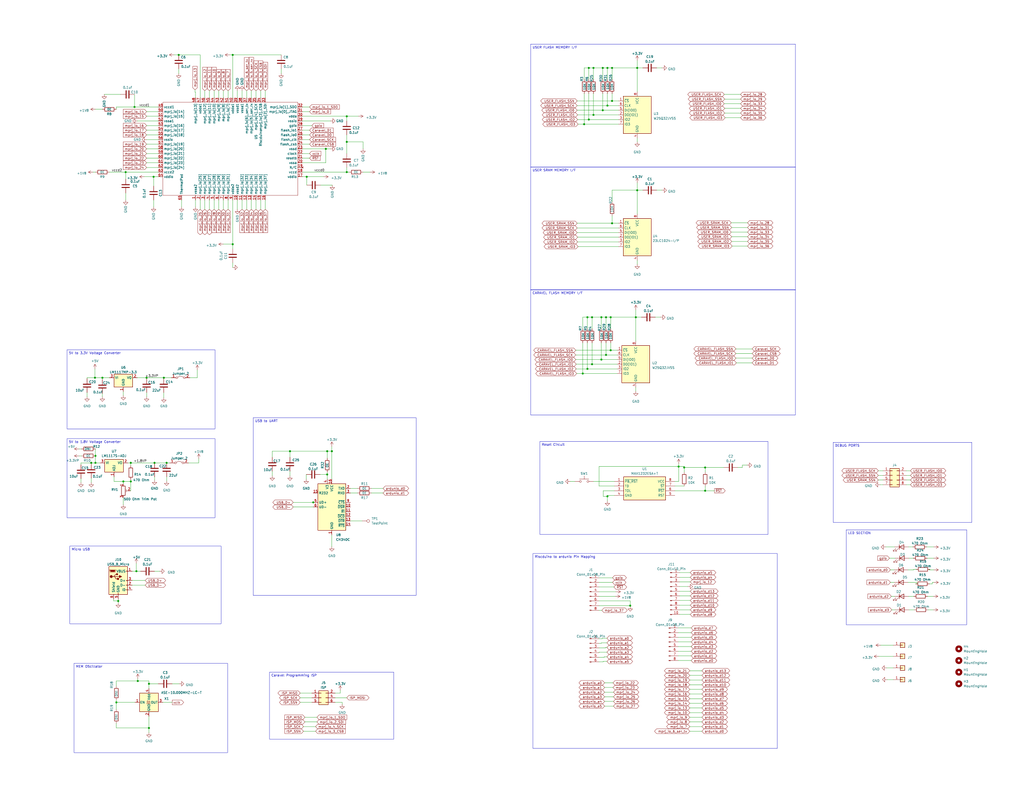
<source format=kicad_sch>
(kicad_sch (version 20230121) (generator eeschema)
  (paper "C")
  (title_block (date "2023-07-21") (rev "1.0.2"))
  (junction (at 347.726 37.084))
  (junction (at 81.28 373.38))
  (junction (at 71.374 262.89))
  (junction (at 178.562 259.08))
  (junction (at 334.01 55.118))
  (junction (at 328.93 37.084))
  (junction (at 80.01 206.248))
  (junction (at 67.31 262.89))
  (junction (at 321.31 37.084))
  (junction (at 323.088 173.228))
  (junction (at 189.23 93.98))
  (junction (at 323.85 37.084))
  (junction (at 331.47 57.658))
  (junction (at 84.328 252.73))
  (junction (at 384.81 267.97))
  (junction (at 68.58 93.98))
  (junction (at 323.85 62.738))
  (junction (at 75.184 371.856))
  (junction (at 320.548 201.422))
  (junction (at 189.23 77.47))
  (junction (at 334.01 121.92))
  (junction (at 330.708 193.802))
  (junction (at 73.406 58.42))
  (junction (at 331.47 37.084))
  (junction (at 331.47 271.018))
  (junction (at 127 133.35))
  (junction (at 323.088 198.882))
  (junction (at 370.332 254.762))
  (junction (at 97.536 29.972))
  (junction (at 71.374 252.73))
  (junction (at 343.916 330.708))
  (junction (at 318.77 67.818))
  (junction (at 74.422 311.912))
  (junction (at 89.408 206.248))
  (junction (at 333.248 173.228))
  (junction (at 63.5 383.54))
  (junction (at 189.23 63.5))
  (junction (at 52.07 252.73))
  (junction (at 333.248 191.262))
  (junction (at 83.82 96.52))
  (junction (at 177.8 81.28))
  (junction (at 318.008 203.962))
  (junction (at 328.93 60.198))
  (junction (at 170.942 274.32))
  (junction (at 328.168 196.342))
  (junction (at 330.708 173.228))
  (junction (at 181.102 246.38))
  (junction (at 49.784 252.73))
  (junction (at 90.932 252.73))
  (junction (at 167.386 96.52))
  (junction (at 334.01 37.084))
  (junction (at 328.168 173.228))
  (junction (at 158.242 246.38))
  (junction (at 81.28 397.51))
  (junction (at 64.516 328.168))
  (junction (at 347.726 103.886))
  (junction (at 127 29.972))
  (junction (at 51.816 206.248))
  (junction (at 384.81 255.27))
  (junction (at 178.562 246.38))
  (junction (at 52.07 248.92))
  (junction (at 321.31 65.278))
  (junction (at 346.964 173.228))
  (junction (at 320.548 173.228))
  (junction (at 55.88 206.248))
  (junction (at 373.38 255.27))
  (wire (pts (xy 334.01 55.118) (xy 337.566 55.118)))
  (wire (pts (xy 44.196 261.366) (xy 44.196 263.398)))
  (wire (pts (xy 106.426 50.292) (xy 106.426 49.022)))
  (wire (pts (xy 343.916 330.708) (xy 343.916 328.168)))
  (wire (pts (xy 181.102 292.1) (xy 181.102 298.45)))
  (wire (pts (xy 376.428 381.508) (xy 383.032 381.508)))
  (wire (pts (xy 47.498 206.248) (xy 51.816 206.248)))
  (wire (pts (xy 330.708 173.228) (xy 333.248 173.228)))
  (wire (pts (xy 144.78 49.53) (xy 144.78 53.34)))
  (wire (pts (xy 500.38 318.008) (xy 495.554 318.008)))
  (wire (pts (xy 80.01 76.2) (xy 86.36 76.2)))
  (wire (pts (xy 376.428 386.588) (xy 383.032 386.588)))
  (wire (pts (xy 97.536 29.972) (xy 94.996 29.972)))
  (wire (pts (xy 44.196 252.73) (xy 49.784 252.73)))
  (wire (pts (xy 71.374 252.73) (xy 71.374 254.254)))
  (wire (pts (xy 370.078 345.44) (xy 377.19 345.44)))
  (wire (pts (xy 89.408 214.376) (xy 89.408 217.17)))
  (wire (pts (xy 178.562 246.38) (xy 181.102 246.38)))
  (wire (pts (xy 328.93 37.084) (xy 331.47 37.084)))
  (wire (pts (xy 370.078 358.14) (xy 377.19 358.14)))
  (wire (pts (xy 508.762 318.77) (xy 508.762 318.008)))
  (wire (pts (xy 329.184 361.188) (xy 331.216 361.188)))
  (wire (pts (xy 81.28 391.16) (xy 81.28 397.51)))
  (wire (pts (xy 494.538 264.668) (xy 496.824 264.668)))
  (wire (pts (xy 335.28 265.43) (xy 326.898 265.43)))
  (wire (pts (xy 331.216 351.028) (xy 328.168 351.028)))
  (wire (pts (xy 74.93 66.04) (xy 86.36 66.04)))
  (wire (pts (xy 167.132 259.08) (xy 167.132 261.62)))
  (wire (pts (xy 330.708 193.802) (xy 336.804 193.802)))
  (wire (pts (xy 370.078 353.06) (xy 377.444 353.06)))
  (wire (pts (xy 109.22 53.34) (xy 109.22 29.972)))
  (wire (pts (xy 326.898 348.742) (xy 328.676 348.742)))
  (wire (pts (xy 97.536 40.132) (xy 97.536 37.592)))
  (wire (pts (xy 479.298 259.588) (xy 481.838 259.588)))
  (wire (pts (xy 498.602 310.896) (xy 498.602 311.15)))
  (wire (pts (xy 81.28 397.51) (xy 81.28 400.05)))
  (wire (pts (xy 331.47 57.658) (xy 337.566 57.658)))
  (wire (pts (xy 114.3 109.22) (xy 114.3 114.3)))
  (wire (pts (xy 496.062 332.994) (xy 498.856 332.994)))
  (wire (pts (xy 80.01 71.12) (xy 86.36 71.12)))
  (wire (pts (xy 500.38 318.77) (xy 500.38 318.008)))
  (wire (pts (xy 61.976 328.168) (xy 64.516 328.168)))
  (wire (pts (xy 116.84 109.22) (xy 116.84 114.3)))
  (wire (pts (xy 181.102 243.84) (xy 181.102 246.38)))
  (wire (pts (xy 198.12 81.28) (xy 198.12 77.47)))
  (wire (pts (xy 165.1 58.42) (xy 168.91 58.42)))
  (wire (pts (xy 83.82 109.22) (xy 83.82 113.03)))
  (wire (pts (xy 347.726 103.886) (xy 350.774 103.886)))
  (wire (pts (xy 373.38 255.27) (xy 373.38 254.762)))
  (wire (pts (xy 370.84 320.294) (xy 375.412 320.294)))
  (wire (pts (xy 64.516 328.168) (xy 64.516 329.184)))
  (wire (pts (xy 314.452 198.882) (xy 323.088 198.882)))
  (wire (pts (xy 333.248 187.198) (xy 333.248 191.262)))
  (wire (pts (xy 401.828 198.12) (xy 410.464 198.12)))
  (wire (pts (xy 329.184 361.442) (xy 329.184 361.188)))
  (wire (pts (xy 63.5 397.51) (xy 63.5 394.97)))
  (wire (pts (xy 328.676 348.488) (xy 331.216 348.488)))
  (wire (pts (xy 331.47 270.51) (xy 331.47 271.018)))
  (wire (pts (xy 507.492 310.896) (xy 506.984 310.896)))
  (wire (pts (xy 321.31 43.434) (xy 321.31 37.084)))
  (wire (pts (xy 395.478 61.722) (xy 404.114 61.722)))
  (wire (pts (xy 373.38 255.27) (xy 384.81 255.27)))
  (wire (pts (xy 63.5 59.69) (xy 63.5 58.42)))
  (wire (pts (xy 81.28 397.51) (xy 63.5 397.51)))
  (wire (pts (xy 326.898 330.708) (xy 343.916 330.708)))
  (wire (pts (xy 51.816 206.248) (xy 55.88 206.248)))
  (wire (pts (xy 182.88 383.54) (xy 186.69 383.54)))
  (wire (pts (xy 376.428 373.888) (xy 383.032 373.888)))
  (wire (pts (xy 384.81 255.27) (xy 384.81 257.81)))
  (wire (pts (xy 376.428 399.288) (xy 383.032 399.288)))
  (wire (pts (xy 320.548 201.422) (xy 336.804 201.422)))
  (wire (pts (xy 129.54 109.22) (xy 129.54 114.3)))
  (wire (pts (xy 47.498 214.376) (xy 47.498 216.662)))
  (wire (pts (xy 68.58 93.98) (xy 68.58 97.79)))
  (wire (pts (xy 62.23 262.89) (xy 67.31 262.89)))
  (wire (pts (xy 97.79 373.38) (xy 93.98 373.38)))
  (wire (pts (xy 165.1 88.9) (xy 177.8 88.9)))
  (wire (pts (xy 399.034 121.666) (xy 407.924 121.666)))
  (wire (pts (xy 71.374 262.89) (xy 71.374 267.97)))
  (wire (pts (xy 80.01 63.5) (xy 86.36 63.5)))
  (wire (pts (xy 483.87 364.744) (xy 487.426 364.744)))
  (wire (pts (xy 148.59 257.302) (xy 148.59 259.842)))
  (wire (pts (xy 399.288 129.286) (xy 407.924 129.286)))
  (wire (pts (xy 43.18 245.11) (xy 44.45 245.11)))
  (wire (pts (xy 399.288 124.206) (xy 407.924 124.206)))
  (wire (pts (xy 165.608 396.748) (xy 172.212 396.748)))
  (wire (pts (xy 405.13 255.27) (xy 405.13 254)))
  (wire (pts (xy 165.1 76.2) (xy 168.91 76.2)))
  (wire (pts (xy 395.224 56.642) (xy 404.114 56.642)))
  (wire (pts (xy 315.214 62.738) (xy 323.85 62.738)))
  (wire (pts (xy 395.478 59.182) (xy 404.114 59.182)))
  (wire (pts (xy 370.078 342.9) (xy 377.19 342.9)))
  (wire (pts (xy 99.06 109.22) (xy 99.06 113.03)))
  (wire (pts (xy 370.84 315.214) (xy 376.682 315.214)))
  (wire (pts (xy 329.692 358.648) (xy 331.216 358.648)))
  (wire (pts (xy 480.568 352.298) (xy 487.426 352.298)))
  (wire (pts (xy 182.88 378.46) (xy 185.674 378.46)))
  (wire (pts (xy 64.516 327.152) (xy 64.516 328.168)))
  (wire (pts (xy 84.328 252.73) (xy 90.932 252.73)))
  (wire (pts (xy 323.85 262.89) (xy 335.28 262.89)))
  (wire (pts (xy 347.726 75.438) (xy 347.726 77.47)))
  (wire (pts (xy 51.816 201.422) (xy 51.816 206.248)))
  (wire (pts (xy 315.214 132.08) (xy 337.566 132.08)))
  (wire (pts (xy 323.088 187.198) (xy 323.088 198.882)))
  (wire (pts (xy 106.68 50.292) (xy 106.68 53.34)))
  (wire (pts (xy 328.168 179.578) (xy 328.168 173.228)))
  (wire (pts (xy 334.01 103.886) (xy 334.01 110.236)))
  (wire (pts (xy 486.41 325.628) (xy 488.188 325.628)))
  (wire (pts (xy 49.784 252.73) (xy 52.07 252.73)))
  (wire (pts (xy 165.1 83.82) (xy 168.91 83.82)))
  (wire (pts (xy 71.374 261.874) (xy 71.374 262.89)))
  (wire (pts (xy 331.47 273.558) (xy 331.47 271.018)))
  (wire (pts (xy 181.356 101.092) (xy 175.006 101.092)))
  (wire (pts (xy 346.964 169.164) (xy 346.964 173.228)))
  (wire (pts (xy 328.168 351.282) (xy 326.898 351.282)))
  (wire (pts (xy 323.85 37.084) (xy 323.85 43.434)))
  (wire (pts (xy 71.374 267.97) (xy 71.12 267.97)))
  (wire (pts (xy 127 29.972) (xy 153.416 29.972)))
  (wire (pts (xy 129.54 49.53) (xy 129.54 53.34)))
  (wire (pts (xy 189.23 77.47) (xy 189.23 83.82)))
  (wire (pts (xy 165.1 63.5) (xy 189.23 63.5)))
  (wire (pts (xy 318.008 203.962) (xy 336.804 203.962)))
  (wire (pts (xy 163.83 383.54) (xy 170.18 383.54)))
  (wire (pts (xy 314.96 57.658) (xy 331.47 57.658)))
  (wire (pts (xy 67.31 213.868) (xy 67.31 215.9)))
  (wire (pts (xy 167.386 96.52) (xy 165.1 96.52)))
  (wire (pts (xy 318.008 187.198) (xy 318.008 203.962)))
  (wire (pts (xy 331.47 270.51) (xy 335.28 270.51)))
  (wire (pts (xy 314.198 193.802) (xy 330.708 193.802)))
  (wire (pts (xy 127 143.51) (xy 127 146.05)))
  (wire (pts (xy 160.02 274.32) (xy 170.942 274.32)))
  (wire (pts (xy 139.7 49.53) (xy 139.7 53.34)))
  (wire (pts (xy 59.69 93.98) (xy 68.58 93.98)))
  (wire (pts (xy 370.332 262.89) (xy 368.3 262.89)))
  (wire (pts (xy 486.664 332.994) (xy 488.442 332.994)))
  (wire (pts (xy 395.732 64.262) (xy 404.114 64.262)))
  (wire (pts (xy 67.31 262.89) (xy 67.31 264.16)))
  (wire (pts (xy 318.77 37.084) (xy 321.31 37.084)))
  (wire (pts (xy 185.674 378.46) (xy 185.674 376.936)))
  (wire (pts (xy 329.946 377.952) (xy 334.772 377.952)))
  (wire (pts (xy 328.168 173.228) (xy 330.708 173.228)))
  (wire (pts (xy 500.38 318.77) (xy 499.618 318.77)))
  (wire (pts (xy 84.328 311.912) (xy 87.122 311.912)))
  (wire (pts (xy 181.102 246.38) (xy 181.102 261.62)))
  (wire (pts (xy 174.752 259.08) (xy 178.562 259.08)))
  (wire (pts (xy 368.3 267.97) (xy 384.81 267.97)))
  (wire (pts (xy 81.28 371.856) (xy 81.28 373.38)))
  (wire (pts (xy 507.238 318.77) (xy 508.762 318.77)))
  (wire (pts (xy 401.574 190.5) (xy 410.464 190.5)))
  (wire (pts (xy 72.136 316.992) (xy 79.248 316.992)))
  (wire (pts (xy 506.476 332.994) (xy 509.27 332.994)))
  (wire (pts (xy 328.168 196.342) (xy 336.804 196.342)))
  (wire (pts (xy 330.454 353.568) (xy 331.216 353.568)))
  (wire (pts (xy 191.262 269.24) (xy 195.072 269.24)))
  (wire (pts (xy 189.23 73.66) (xy 189.23 77.47)))
  (wire (pts (xy 132.08 49.53) (xy 132.08 53.34)))
  (wire (pts (xy 167.386 96.52) (xy 167.386 101.092)))
  (wire (pts (xy 55.88 206.248) (xy 59.69 206.248)))
  (wire (pts (xy 198.12 77.47) (xy 189.23 77.47)))
  (wire (pts (xy 318.008 173.228) (xy 318.008 179.578)))
  (wire (pts (xy 63.5 383.54) (xy 73.66 383.54)))
  (wire (pts (xy 370.84 325.374) (xy 376.682 325.374)))
  (wire (pts (xy 178.562 246.38) (xy 178.562 250.19)))
  (wire (pts (xy 182.88 381) (xy 189.23 381)))
  (wire (pts (xy 498.602 310.896) (xy 499.872 310.896)))
  (wire (pts (xy 314.96 121.92) (xy 334.01 121.92)))
  (wire (pts (xy 376.428 396.748) (xy 383.032 396.748)))
  (wire (pts (xy 323.85 62.738) (xy 337.566 62.738)))
  (wire (pts (xy 134.62 109.22) (xy 134.62 114.3)))
  (wire (pts (xy 320.548 173.228) (xy 323.088 173.228)))
  (wire (pts (xy 328.93 60.198) (xy 337.566 60.198)))
  (wire (pts (xy 331.47 37.084) (xy 334.01 37.084)))
  (wire (pts (xy 160.02 276.86) (xy 170.942 276.86)))
  (wire (pts (xy 170.942 274.32) (xy 171.45 274.32)))
  (wire (pts (xy 80.01 88.9) (xy 86.36 88.9)))
  (wire (pts (xy 109.22 109.22) (xy 109.22 114.3)))
  (wire (pts (xy 331.47 51.054) (xy 331.47 57.658)))
  (wire (pts (xy 494.538 259.588) (xy 496.824 259.588)))
  (wire (pts (xy 370.84 317.754) (xy 376.682 317.754)))
  (wire (pts (xy 326.898 315.468) (xy 334.264 315.468)))
  (wire (pts (xy 314.198 191.262) (xy 333.248 191.262)))
  (wire (pts (xy 62.23 260.35) (xy 62.23 262.89)))
  (wire (pts (xy 405.13 255.27) (xy 402.59 255.27)))
  (wire (pts (xy 329.946 372.872) (xy 334.518 372.872)))
  (wire (pts (xy 52.07 59.69) (xy 55.88 59.69)))
  (wire (pts (xy 311.15 262.89) (xy 313.69 262.89)))
  (wire (pts (xy 84.328 260.35) (xy 84.328 262.128)))
  (wire (pts (xy 479.298 257.048) (xy 481.838 257.048)))
  (wire (pts (xy 318.008 173.228) (xy 320.548 173.228)))
  (wire (pts (xy 357.632 173.228) (xy 360.426 173.228)))
  (wire (pts (xy 329.946 383.032) (xy 334.772 383.032)))
  (wire (pts (xy 127 133.35) (xy 127 135.89)))
  (wire (pts (xy 80.01 78.74) (xy 86.36 78.74)))
  (wire (pts (xy 72.136 319.532) (xy 79.248 319.532)))
  (wire (pts (xy 506.984 310.896) (xy 506.984 311.15)))
  (wire (pts (xy 334.01 103.886) (xy 347.726 103.886)))
  (wire (pts (xy 186.69 383.54) (xy 186.69 384.556)))
  (wire (pts (xy 158.242 257.302) (xy 158.242 259.842)))
  (wire (pts (xy 484.124 371.094) (xy 487.426 371.094)))
  (wire (pts (xy 395.224 51.562) (xy 404.114 51.562)))
  (wire (pts (xy 329.946 380.492) (xy 334.772 380.492)))
  (wire (pts (xy 508.762 318.008) (xy 509.524 318.008)))
  (wire (pts (xy 189.23 93.98) (xy 190.5 93.98)))
  (wire (pts (xy 315.468 134.62) (xy 337.566 134.62)))
  (wire (pts (xy 107.696 206.248) (xy 103.632 206.248)))
  (wire (pts (xy 166.37 394.208) (xy 172.974 394.208)))
  (wire (pts (xy 320.548 179.578) (xy 320.548 173.228)))
  (wire (pts (xy 328.93 51.054) (xy 328.93 60.198)))
  (wire (pts (xy 165.1 93.98) (xy 189.23 93.98)))
  (wire (pts (xy 68.58 93.98) (xy 86.36 93.98)))
  (wire (pts (xy 370.84 327.914) (xy 376.682 327.914)))
  (wire (pts (xy 116.84 49.53) (xy 116.84 53.34)))
  (wire (pts (xy 358.394 37.084) (xy 361.188 37.084)))
  (wire (pts (xy 166.37 391.668) (xy 172.974 391.668)))
  (wire (pts (xy 323.088 198.882) (xy 336.804 198.882)))
  (wire (pts (xy 124.46 49.53) (xy 124.46 53.34)))
  (wire (pts (xy 72.136 311.912) (xy 74.422 311.912)))
  (wire (pts (xy 346.964 211.582) (xy 346.964 213.614)))
  (wire (pts (xy 326.898 333.248) (xy 328.422 333.248)))
  (wire (pts (xy 89.408 206.248) (xy 93.472 206.248)))
  (wire (pts (xy 114.3 49.53) (xy 114.3 53.34)))
  (wire (pts (xy 347.726 142.24) (xy 347.726 144.272)))
  (wire (pts (xy 315.214 65.278) (xy 321.31 65.278)))
  (wire (pts (xy 333.248 173.228) (xy 346.964 173.228)))
  (wire (pts (xy 106.68 109.22) (xy 106.68 113.03)))
  (wire (pts (xy 506.984 311.15) (xy 509.524 311.15)))
  (wire (pts (xy 81.28 373.38) (xy 81.28 375.92)))
  (wire (pts (xy 329.692 358.902) (xy 329.692 358.648)))
  (wire (pts (xy 323.85 37.084) (xy 328.93 37.084)))
  (wire (pts (xy 329.184 267.97) (xy 329.184 271.018)))
  (wire (pts (xy 347.726 33.02) (xy 347.726 37.084)))
  (wire (pts (xy 333.248 173.228) (xy 333.248 179.578)))
  (wire (pts (xy 334.01 117.856) (xy 334.01 121.92)))
  (wire (pts (xy 368.3 265.43) (xy 373.38 265.43)))
  (wire (pts (xy 139.7 109.22) (xy 139.7 114.3)))
  (wire (pts (xy 331.216 356.108) (xy 326.898 356.108)))
  (wire (pts (xy 326.898 323.088) (xy 336.042 323.088)))
  (wire (pts (xy 165.1 71.12) (xy 168.91 71.12)))
  (wire (pts (xy 315.214 129.54) (xy 337.566 129.54)))
  (wire (pts (xy 56.896 51.562) (xy 65.786 51.562)))
  (wire (pts (xy 73.406 58.42) (xy 86.36 58.42)))
  (wire (pts (xy 376.428 394.208) (xy 383.032 394.208)))
  (wire (pts (xy 326.898 265.43) (xy 326.898 254.762)))
  (wire (pts (xy 485.902 311.15) (xy 487.934 311.15)))
  (wire (pts (xy 111.76 49.53) (xy 111.76 53.34)))
  (wire (pts (xy 323.088 173.228) (xy 323.088 179.578)))
  (wire (pts (xy 326.898 358.902) (xy 329.692 358.902)))
  (wire (pts (xy 314.198 196.342) (xy 328.168 196.342)))
  (wire (pts (xy 44.196 252.73) (xy 44.196 253.746)))
  (wire (pts (xy 165.1 68.58) (xy 170.18 68.58)))
  (wire (pts (xy 80.01 91.44) (xy 86.36 91.44)))
  (wire (pts (xy 148.59 249.682) (xy 148.59 246.38)))
  (wire (pts (xy 165.1 86.36) (xy 168.91 86.36)))
  (wire (pts (xy 318.77 37.084) (xy 318.77 43.434)))
  (wire (pts (xy 90.932 252.73) (xy 92.71 252.73)))
  (wire (pts (xy 80.01 214.376) (xy 80.01 216.662)))
  (wire (pts (xy 376.428 384.048) (xy 383.032 384.048)))
  (wire (pts (xy 399.542 134.366) (xy 407.924 134.366)))
  (wire (pts (xy 321.31 37.084) (xy 323.85 37.084)))
  (wire (pts (xy 320.548 187.198) (xy 320.548 201.422)))
  (wire (pts (xy 158.242 246.38) (xy 178.562 246.38)))
  (wire (pts (xy 496.062 304.8) (xy 498.348 304.8)))
  (wire (pts (xy 376.428 389.128) (xy 383.032 389.128)))
  (wire (pts (xy 55.88 214.884) (xy 55.88 216.662)))
  (wire (pts (xy 370.078 360.68) (xy 377.19 360.68)))
  (wire (pts (xy 63.5 371.856) (xy 75.184 371.856)))
  (wire (pts (xy 376.428 376.428) (xy 383.032 376.428)))
  (wire (pts (xy 370.078 355.6) (xy 377.19 355.6)))
  (wire (pts (xy 191.262 266.7) (xy 195.072 266.7)))
  (wire (pts (xy 399.034 126.746) (xy 407.924 126.746)))
  (wire (pts (xy 347.726 99.822) (xy 347.726 103.886)))
  (wire (pts (xy 165.1 66.04) (xy 180.34 66.04)))
  (wire (pts (xy 495.808 325.628) (xy 498.602 325.628)))
  (wire (pts (xy 347.726 37.084) (xy 350.774 37.084)))
  (wire (pts (xy 318.77 67.818) (xy 337.566 67.818)))
  (wire (pts (xy 498.602 311.15) (xy 495.554 311.15)))
  (wire (pts (xy 370.332 254.762) (xy 370.332 262.89)))
  (wire (pts (xy 107.696 201.93) (xy 107.696 206.248)))
  (wire (pts (xy 494.538 262.128) (xy 496.824 262.128)))
  (wire (pts (xy 479.552 358.394) (xy 487.426 358.394)))
  (wire (pts (xy 108.458 250.444) (xy 108.458 252.73)))
  (wire (pts (xy 142.24 49.53) (xy 142.24 53.34)))
  (wire (pts (xy 137.16 109.22) (xy 137.16 114.3)))
  (wire (pts (xy 384.81 267.97) (xy 389.89 267.97)))
  (wire (pts (xy 178.562 259.08) (xy 178.562 261.62)))
  (wire (pts (xy 80.01 86.36) (xy 86.36 86.36)))
  (wire (pts (xy 52.07 252.73) (xy 54.61 252.73)))
  (wire (pts (xy 119.38 109.22) (xy 119.38 114.3)))
  (wire (pts (xy 106.68 50.292) (xy 106.426 50.292)))
  (wire (pts (xy 323.088 173.228) (xy 328.168 173.228)))
  (wire (pts (xy 326.898 325.628) (xy 335.788 325.628)))
  (wire (pts (xy 328.93 43.434) (xy 328.93 37.084)))
  (wire (pts (xy 78.74 96.52) (xy 83.82 96.52)))
  (wire (pts (xy 125.476 29.972) (xy 127 29.972)))
  (wire (pts (xy 326.898 318.008) (xy 334.264 318.008)))
  (wire (pts (xy 347.726 116.84) (xy 347.726 103.886)))
  (wire (pts (xy 330.454 353.822) (xy 330.454 353.568)))
  (wire (pts (xy 165.608 399.288) (xy 172.212 399.288)))
  (wire (pts (xy 485.902 318.008) (xy 487.934 318.008)))
  (wire (pts (xy 127 109.22) (xy 127 133.35)))
  (wire (pts (xy 370.078 350.52) (xy 377.19 350.52)))
  (wire (pts (xy 321.31 65.278) (xy 337.566 65.278)))
  (wire (pts (xy 343.916 331.216) (xy 343.916 330.708)))
  (wire (pts (xy 314.96 60.198) (xy 328.93 60.198)))
  (wire (pts (xy 142.24 109.22) (xy 142.24 114.3)))
  (wire (pts (xy 485.394 304.8) (xy 488.442 304.8)))
  (wire (pts (xy 202.692 269.24) (xy 209.042 269.24)))
  (wire (pts (xy 323.85 51.054) (xy 323.85 62.738)))
  (wire (pts (xy 328.168 351.028) (xy 328.168 351.282)))
  (wire (pts (xy 80.01 73.66) (xy 86.36 73.66)))
  (wire (pts (xy 69.85 252.73) (xy 71.374 252.73)))
  (wire (pts (xy 52.07 248.92) (xy 52.07 252.73)))
  (wire (pts (xy 189.23 63.5) (xy 195.58 63.5)))
  (wire (pts (xy 121.92 49.53) (xy 121.92 53.34)))
  (wire (pts (xy 334.01 51.054) (xy 334.01 55.118)))
  (wire (pts (xy 505.714 298.704) (xy 509.524 298.704)))
  (wire (pts (xy 370.078 347.98) (xy 377.19 347.98)))
  (wire (pts (xy 177.8 88.9) (xy 177.8 81.28)))
  (wire (pts (xy 80.01 206.248) (xy 80.01 206.756)))
  (wire (pts (xy 83.82 96.52) (xy 86.36 96.52)))
  (wire (pts (xy 328.168 187.198) (xy 328.168 196.342)))
  (wire (pts (xy 111.76 109.22) (xy 111.76 114.3)))
  (wire (pts (xy 74.422 307.594) (xy 74.422 311.912)))
  (wire (pts (xy 163.83 381) (xy 170.18 381)))
  (wire (pts (xy 158.242 249.682) (xy 158.242 246.38)))
  (wire (pts (xy 90.932 260.35) (xy 90.932 262.636)))
  (wire (pts (xy 331.47 37.084) (xy 331.47 43.434)))
  (wire (pts (xy 479.298 262.128) (xy 481.838 262.128)))
  (wire (pts (xy 395.478 54.102) (xy 404.114 54.102)))
  (wire (pts (xy 376.428 378.968) (xy 383.032 378.968)))
  (wire (pts (xy 163.83 378.46) (xy 170.18 378.46)))
  (wire (pts (xy 67.31 271.78) (xy 67.31 275.59)))
  (wire (pts (xy 376.428 371.348) (xy 383.032 371.348)))
  (wire (pts (xy 63.5 58.42) (xy 73.406 58.42)))
  (wire (pts (xy 483.362 298.704) (xy 488.188 298.704)))
  (wire (pts (xy 370.84 312.674) (xy 376.682 312.674)))
  (wire (pts (xy 108.458 252.73) (xy 102.87 252.73)))
  (wire (pts (xy 326.898 328.168) (xy 343.916 328.168)))
  (wire (pts (xy 75.184 370.586) (xy 75.184 371.856)))
  (wire (pts (xy 148.59 246.38) (xy 158.242 246.38)))
  (wire (pts (xy 189.23 63.5) (xy 189.23 66.04)))
  (wire (pts (xy 347.726 50.038) (xy 347.726 37.084)))
  (wire (pts (xy 330.708 173.228) (xy 330.708 179.578)))
  (wire (pts (xy 370.84 322.834) (xy 376.682 322.834)))
  (wire (pts (xy 505.968 304.8) (xy 509.524 304.8)))
  (wire (pts (xy 376.428 391.668) (xy 383.032 391.668)))
  (wire (pts (xy 326.898 361.442) (xy 329.184 361.442)))
  (wire (pts (xy 80.01 81.28) (xy 86.36 81.28)))
  (wire (pts (xy 370.332 253.238) (xy 370.332 254.762)))
  (wire (pts (xy 314.96 55.118) (xy 334.01 55.118)))
  (wire (pts (xy 89.408 206.248) (xy 89.408 206.756)))
  (wire (pts (xy 373.38 257.81) (xy 373.38 255.27)))
  (wire (pts (xy 346.964 173.228) (xy 350.012 173.228)))
  (wire (pts (xy 134.62 49.53) (xy 134.62 53.34)))
  (wire (pts (xy 334.01 121.92) (xy 337.566 121.92)))
  (wire (pts (xy 401.574 193.04) (xy 410.464 193.04)))
  (wire (pts (xy 370.84 330.454) (xy 376.682 330.454)))
  (wire (pts (xy 88.9 383.54) (xy 93.98 383.54)))
  (wire (pts (xy 326.898 320.548) (xy 335.026 320.548)))
  (wire (pts (xy 314.96 124.46) (xy 337.566 124.46)))
  (wire (pts (xy 376.428 366.268) (xy 383.032 366.268)))
  (wire (pts (xy 202.692 266.7) (xy 209.042 266.7)))
  (wire (pts (xy 47.498 206.756) (xy 47.498 206.248)))
  (wire (pts (xy 81.28 373.38) (xy 86.36 373.38)))
  (wire (pts (xy 494.538 257.048) (xy 496.824 257.048)))
  (wire (pts (xy 178.562 257.81) (xy 178.562 259.08)))
  (wire (pts (xy 52.07 245.11) (xy 52.07 248.92)))
  (wire (pts (xy 333.248 191.262) (xy 336.804 191.262)))
  (wire (pts (xy 384.81 265.43) (xy 384.81 267.97)))
  (wire (pts (xy 50.8 93.98) (xy 52.07 93.98)))
  (wire (pts (xy 132.08 109.22) (xy 132.08 114.3)))
  (wire (pts (xy 330.708 187.198) (xy 330.708 193.802)))
  (wire (pts (xy 127 133.35) (xy 121.92 133.35)))
  (wire (pts (xy 63.5 383.54) (xy 63.5 387.35)))
  (wire (pts (xy 67.31 262.89) (xy 71.374 262.89)))
  (wire (pts (xy 321.31 51.054) (xy 321.31 65.278)))
  (wire (pts (xy 376.428 368.808) (xy 383.032 368.808)))
  (wire (pts (xy 335.28 267.97) (xy 329.184 267.97)))
  (wire (pts (xy 137.16 49.53) (xy 137.16 53.34)))
  (wire (pts (xy 144.78 109.22) (xy 144.78 114.3)))
  (wire (pts (xy 384.81 255.27) (xy 394.97 255.27)))
  (wire (pts (xy 80.01 83.82) (xy 86.36 83.82)))
  (wire (pts (xy 326.898 356.108) (xy 326.898 356.362)))
  (wire (pts (xy 373.38 254.762) (xy 370.332 254.762)))
  (wire (pts (xy 124.46 109.22) (xy 124.46 114.3)))
  (wire (pts (xy 74.422 311.912) (xy 76.708 311.912)))
  (wire (pts (xy 314.452 201.422) (xy 320.548 201.422)))
  (wire (pts (xy 75.184 371.856) (xy 81.28 371.856)))
  (wire (pts (xy 326.898 353.822) (xy 330.454 353.822)))
  (wire (pts (xy 328.676 348.742) (xy 328.676 348.488)))
  (wire (pts (xy 74.93 206.248) (xy 80.01 206.248)))
  (wire (pts (xy 399.288 131.826) (xy 407.924 131.826)))
  (wire (pts (xy 326.898 254.762) (xy 370.332 254.762)))
  (wire (pts (xy 165.1 78.74) (xy 168.91 78.74)))
  (wire (pts (xy 198.12 93.98) (xy 201.93 93.98)))
  (wire (pts (xy 334.01 37.084) (xy 334.01 43.434)))
  (wire (pts (xy 153.416 40.132) (xy 153.416 37.592)))
  (wire (pts (xy 127 29.972) (xy 127 53.34)))
  (wire (pts (xy 63.5 371.856) (xy 63.5 374.65)))
  (wire (pts (xy 370.84 332.994) (xy 376.682 332.994)))
  (wire (pts (xy 370.84 335.534) (xy 376.682 335.534)))
  (wire (pts (xy 165.1 60.96) (xy 168.91 60.96)))
  (wire (pts (xy 405.13 254) (xy 407.67 254)))
  (wire (pts (xy 165.1 73.66) (xy 168.91 73.66)))
  (wire (pts (xy 318.77 51.054) (xy 318.77 67.818)))
  (wire (pts (xy 480.314 264.668) (xy 481.838 264.668)))
  (wire (pts (xy 73.406 51.562) (xy 73.406 58.42)))
  (wire (pts (xy 83.82 96.52) (xy 83.82 101.6)))
  (wire (pts (xy 315.468 67.818) (xy 318.77 67.818)))
  (wire (pts (xy 329.946 385.572) (xy 334.772 385.572)))
  (wire (pts (xy 80.01 206.248) (xy 89.408 206.248)))
  (wire (pts (xy 334.01 37.084) (xy 347.726 37.084)))
  (wire (pts (xy 167.386 96.52) (xy 176.53 96.52)))
  (wire (pts (xy 63.5 382.27) (xy 63.5 383.54)))
  (wire (pts (xy 314.706 203.962) (xy 318.008 203.962)))
  (wire (pts (xy 329.946 375.412) (xy 334.518 375.412)))
  (wire (pts (xy 61.976 327.152) (xy 61.976 328.168)))
  (wire (pts (xy 314.96 127) (xy 337.566 127)))
  (wire (pts (xy 495.808 298.704) (xy 498.094 298.704)))
  (wire (pts (xy 49.784 261.112) (xy 49.784 263.398)))
  (wire (pts (xy 43.18 248.92) (xy 44.45 248.92)))
  (wire (pts (xy 346.964 186.182) (xy 346.964 173.228)))
  (wire (pts (xy 191.262 284.48) (xy 197.612 284.48)))
  (wire (pts (xy 506.222 325.628) (xy 509.27 325.628)))
  (wire (pts (xy 401.574 195.58) (xy 410.464 195.58)))
  (wire (pts (xy 119.38 49.53) (xy 119.38 53.34)))
  (wire (pts (xy 71.374 252.73) (xy 84.328 252.73)))
  (wire (pts (xy 109.22 29.972) (xy 97.536 29.972)))
  (wire (pts (xy 329.184 271.018) (xy 331.47 271.018)))
  (wire (pts (xy 49.784 253.492) (xy 49.784 252.73)))
  (wire (pts (xy 80.01 68.58) (xy 86.36 68.58)))
  (wire (pts (xy 189.23 91.44) (xy 189.23 93.98)))
  (wire (pts (xy 68.58 105.41) (xy 68.58 109.22)))
  (wire (pts (xy 80.01 60.96) (xy 86.36 60.96)))
  (wire (pts (xy 121.92 109.22) (xy 121.92 114.3)))
  (wire (pts (xy 165.1 81.28) (xy 177.8 81.28)))
  (wire (pts (xy 177.8 81.28) (xy 180.34 81.28)))
  (wire (pts (xy 55.88 207.264) (xy 55.88 206.248)))
  (wire (pts (xy 358.394 103.886) (xy 361.188 103.886)))
  (text_box "MEM OScillator" (at 40.386 362.204 0) (size 83.82 48.768) (effects (font (size 1.27 1.27)) (justify left top)))
  (text_box "5V to 3.3V Voltage Converter" (at 36.576 191.008 0) (size 80.772 43.18) (effects (font (size 1.27 1.27)) (justify left top)))
  (text_box "LED SECTION" (at 461.772 289.306 0) (size 65.786 51.816) (effects (font (size 1.27 1.27)) (justify left top)))
  (text_box "Riscduino to ardunio Pin Mapping" (at 290.83 302.26 0) (size 133.35 106.426) (effects (font (size 1.27 1.27)) (justify left top)))
  (text_box "Micro USB" (at 38.1 298.196 0) (size 82.55 42.418) (effects (font (size 1.27 1.27)) (justify left top)))
  (text_box "USB to UART" (at 138.176 228.092 0) (size 88.9 97.028) (effects (font (size 1.27 1.27)) (justify left top)))
  (text_box "USER SRAM MEMORY I/F" (at 289.56 91.186 0) (size 144.526 67.056) (effects (font (size 1.27 1.27)) (justify left top)))
  (text_box "DEBUG PORTS" (at 454.66 241.554 0) (size 75.692 43.688) (effects (font (size 1.27 1.27)) (justify left top)))
  (text_box "Caravel Programming ISP" (at 147.066 367.03 0) (size 67.818 36.576) (effects (font (size 1.27 1.27)) (justify left top)))
  (text_box "USER FLASH MEMORY I/F" (at 289.56 24.13 0) (size 144.526 67.056) (effects (font (size 1.27 1.27)) (justify left top)))
  (text_box "5V to 1.8V Voltage Converter" (at 36.576 239.522 0) (size 80.772 43.18) (effects (font (size 1.27 1.27)) (justify left top)))
  (text_box "Reset Circuit" (at 294.64 241.046 0) (size 124.46 50.8) (effects (font (size 1.27 1.27)) (justify left top)))
  (text_box "CARAVEL FLASH MEMORY I/F" (at 289.56 158.242 0) (size 144.526 68.326) (effects (font (size 1.27 1.27)) (justify left top)))
  (label "vccd0" (at 171.45 93.98 0))
  (label "vccd1" (at 75.946 58.42 0))
  (label "+1.8VP" (at 72.898 252.73 0))
  (label "vccd2" (at 60.96 93.98 0))
  (label "+3.3VP" (at 79.248 206.248 0))
  (global_label "USER_FLASH_SCK" (shape bidirectional) (at 395.224 51.562 180) (property "Intersheetrefs" "${INTERSHEET_REFS}" (effects hide)))
  (global_label "ardunio_d1" (shape input) (at 485.902 318.008 180) (property "Intersheetrefs" "${INTERSHEET_REFS}" (effects hide)))
  (global_label "mprj_io_12" (shape input) (at 111.76 49.53 90) (property "Intersheetrefs" "${INTERSHEET_REFS}" (effects hide)))
  (global_label "ardunio_a1" (shape bidirectional) (at 331.216 351.028 0) (property "Intersheetrefs" "${INTERSHEET_REFS}" (effects hide)))
  (global_label "USER_FLASH_SSN" (shape bidirectional) (at 314.96 55.118 180) (property "Intersheetrefs" "${INTERSHEET_REFS}" (effects hide)))
  (global_label "mprj_io_25" (shape bidirectional) (at 109.22 114.3 270) (property "Intersheetrefs" "${INTERSHEET_REFS}" (effects hide)))
  (global_label "ardunio_d6" (shape bidirectional) (at 383.032 384.048 0) (property "Intersheetrefs" "${INTERSHEET_REFS}" (effects hide)))
  (global_label "mprj_io_24" (shape bidirectional) (at 334.772 377.952 0) (property "Intersheetrefs" "${INTERSHEET_REFS}" (effects hide)))
  (global_label "ISP_MISO" (shape bidirectional) (at 163.83 378.46 180) (property "Intersheetrefs" "${INTERSHEET_REFS}" (effects hide)))
  (global_label "ardunio_d7" (shape bidirectional) (at 377.19 342.9 0) (property "Intersheetrefs" "${INTERSHEET_REFS}" (effects hide)))
  (global_label "ardunio_d1" (shape bidirectional) (at 383.032 396.748 0) (property "Intersheetrefs" "${INTERSHEET_REFS}" (effects hide)))
  (global_label "ardunio_a3" (shape bidirectional) (at 331.216 356.108 0) (property "Intersheetrefs" "${INTERSHEET_REFS}" (effects hide)))
  (global_label "USER_FLASH_SCK" (shape bidirectional) (at 479.298 257.048 180) (property "Intersheetrefs" "${INTERSHEET_REFS}" (effects hide)))
  (global_label "mprj_io_28" (shape input) (at 116.84 114.3 270) (property "Intersheetrefs" "${INTERSHEET_REFS}" (effects hide)))
  (global_label "mprj_io_31" (shape input) (at 124.46 114.3 270) (property "Intersheetrefs" "${INTERSHEET_REFS}" (effects hide)))
  (global_label "mprj_io_15" (shape input) (at 80.01 63.5 180) (property "Intersheetrefs" "${INTERSHEET_REFS}" (effects hide)))
  (global_label "mprj_io_16" (shape bidirectional) (at 376.428 378.968 180) (property "Intersheetrefs" "${INTERSHEET_REFS}" (effects hide)))
  (global_label "ardunio_a1" (shape bidirectional) (at 329.946 375.412 180) (property "Intersheetrefs" "${INTERSHEET_REFS}" (effects hide)))
  (global_label "USB_D-" (shape bidirectional) (at 79.248 319.532 0) (property "Intersheetrefs" "${INTERSHEET_REFS}" (effects hide)))
  (global_label "ardunio_d5" (shape bidirectional) (at 377.19 347.98 0) (property "Intersheetrefs" "${INTERSHEET_REFS}" (effects hide)))
  (global_label "mprj_io_22" (shape bidirectional) (at 334.518 372.872 0) (property "Intersheetrefs" "${INTERSHEET_REFS}" (effects hide)))
  (global_label "ISP_SCK" (shape bidirectional) (at 163.83 381 180) (property "Intersheetrefs" "${INTERSHEET_REFS}" (effects hide)))
  (global_label "ardunio_d1" (shape bidirectional) (at 209.042 269.24 0) (property "Intersheetrefs" "${INTERSHEET_REFS}" (effects hide)))
  (global_label "USER_FLASH_SSN" (shape bidirectional) (at 395.478 54.102 180) (property "Intersheetrefs" "${INTERSHEET_REFS}" (effects hide)))
  (global_label "ardunio_a3" (shape bidirectional) (at 329.946 380.492 180) (property "Intersheetrefs" "${INTERSHEET_REFS}" (effects hide)))
  (global_label "mprj_io_6_ser_tx" (shape bidirectional) (at 376.428 399.288 180) (property "Intersheetrefs" "${INTERSHEET_REFS}" (effects hide)))
  (global_label "mprj_io_7" (shape bidirectional) (at 376.428 396.748 180) (property "Intersheetrefs" "${INTERSHEET_REFS}" (effects hide)))
  (global_label "mprj_io_28" (shape bidirectional) (at 404.114 51.562 0) (property "Intersheetrefs" "${INTERSHEET_REFS}" (effects hide)))
  (global_label "mprj_io_7" (shape input) (at 124.46 49.53 90) (property "Intersheetrefs" "${INTERSHEET_REFS}" (effects hide)))
  (global_label "mprj_io_8" (shape bidirectional) (at 376.428 394.208 180) (property "Intersheetrefs" "${INTERSHEET_REFS}" (effects hide)))
  (global_label "mprj_io_25" (shape bidirectional) (at 334.772 380.492 0) (property "Intersheetrefs" "${INTERSHEET_REFS}" (effects hide)))
  (global_label "mprj_io_11" (shape input) (at 114.3 49.53 90) (property "Intersheetrefs" "${INTERSHEET_REFS}" (effects hide)))
  (global_label "ardunio_d11" (shape bidirectional) (at 383.032 371.348 0) (property "Intersheetrefs" "${INTERSHEET_REFS}" (effects hide)))
  (global_label "mprj_io_13" (shape input) (at 106.426 49.022 90) (property "Intersheetrefs" "${INTERSHEET_REFS}" (effects hide)))
  (global_label "ardunio_a5" (shape bidirectional) (at 329.946 385.572 180) (property "Intersheetrefs" "${INTERSHEET_REFS}" (effects hide)))
  (global_label "USER_FLASH_IO2" (shape bidirectional) (at 395.478 61.722 180) (property "Intersheetrefs" "${INTERSHEET_REFS}" (effects hide)))
  (global_label "ardunio_a0" (shape bidirectional) (at 331.216 348.488 0) (property "Intersheetrefs" "${INTERSHEET_REFS}" (effects hide)))
  (global_label "Caravel_CSB" (shape bidirectional) (at 410.464 193.04 0) (property "Intersheetrefs" "${INTERSHEET_REFS}" (effects hide)))
  (global_label "mprj_io_34" (shape input) (at 137.16 114.3 270) (property "Intersheetrefs" "${INTERSHEET_REFS}" (effects hide)))
  (global_label "ardunio_d3" (shape bidirectional) (at 377.19 353.06 0) (property "Intersheetrefs" "${INTERSHEET_REFS}" (effects hide)))
  (global_label "Caravel_SCK" (shape bidirectional) (at 410.464 190.5 0) (property "Intersheetrefs" "${INTERSHEET_REFS}" (effects hide)))
  (global_label "mprj_io_2_SDI" (shape input) (at 172.974 394.208 0) (property "Intersheetrefs" "${INTERSHEET_REFS}" (effects hide)))
  (global_label "USER_SRAM_SSN" (shape bidirectional) (at 399.288 124.206 180) (property "Intersheetrefs" "${INTERSHEET_REFS}" (effects hide)))
  (global_label "ISP_SCK" (shape input) (at 165.608 396.748 180) (property "Intersheetrefs" "${INTERSHEET_REFS}" (effects hide)))
  (global_label "mprj_io_6_ser_tx" (shape input) (at 134.62 49.53 90) (property "Intersheetrefs" "${INTERSHEET_REFS}" (effects hide)))
  (global_label "CARAVEL_FLASH_IO1" (shape bidirectional) (at 401.828 198.12 180) (property "Intersheetrefs" "${INTERSHEET_REFS}" (effects hide)))
  (global_label "Caravel_SCK" (shape input) (at 168.91 76.2 0) (property "Intersheetrefs" "${INTERSHEET_REFS}" (effects hide)))
  (global_label "mprj_io_29" (shape bidirectional) (at 404.114 54.102 0) (property "Intersheetrefs" "${INTERSHEET_REFS}" (effects hide)))
  (global_label "mprj_io_35" (shape bidirectional) (at 404.114 61.722 0) (property "Intersheetrefs" "${INTERSHEET_REFS}" (effects hide)))
  (global_label "USB_D+" (shape bidirectional) (at 79.248 316.992 0) (property "Intersheetrefs" "${INTERSHEET_REFS}" (effects hide)))
  (global_label "ardunio_d6" (shape bidirectional) (at 377.19 345.44 0) (property "Intersheetrefs" "${INTERSHEET_REFS}" (effects hide)))
  (global_label "USER_FLASH_IO1" (shape bidirectional) (at 395.478 59.182 180) (property "Intersheetrefs" "${INTERSHEET_REFS}" (effects hide)))
  (global_label "USER_SRAM_IO0" (shape bidirectional) (at 399.034 126.746 180) (property "Intersheetrefs" "${INTERSHEET_REFS}" (effects hide)))
  (global_label "USB_D+" (shape bidirectional) (at 160.02 274.32 180) (property "Intersheetrefs" "${INTERSHEET_REFS}" (effects hide)))
  (global_label "USER_SRAM_IO1" (shape bidirectional) (at 315.214 129.54 180) (property "Intersheetrefs" "${INTERSHEET_REFS}" (effects hide)))
  (global_label "CARAVEL_FLASH_IO2" (shape bidirectional) (at 314.452 201.422 180) (property "Intersheetrefs" "${INTERSHEET_REFS}" (effects hide)))
  (global_label "ardunio_d9" (shape bidirectional) (at 383.032 376.428 0) (property "Intersheetrefs" "${INTERSHEET_REFS}" (effects hide)))
  (global_label "CARAVEL_FLASH_SCK" (shape bidirectional) (at 401.574 193.04 180) (property "Intersheetrefs" "${INTERSHEET_REFS}" (effects hide)))
  (global_label "gpio" (shape input) (at 170.18 68.58 0) (property "Intersheetrefs" "${INTERSHEET_REFS}" (effects hide)))
  (global_label "ardunio_d10" (shape bidirectional) (at 376.682 330.454 0) (property "Intersheetrefs" "${INTERSHEET_REFS}" (effects hide)))
  (global_label "mprj_io_17" (shape bidirectional) (at 376.428 376.428 180) (property "Intersheetrefs" "${INTERSHEET_REFS}" (effects hide)))
  (global_label "mprj_io_26" (shape bidirectional) (at 334.772 383.032 0) (property "Intersheetrefs" "${INTERSHEET_REFS}" (effects hide)))
  (global_label "ISP_SSN" (shape bidirectional) (at 163.83 383.54 180) (property "Intersheetrefs" "${INTERSHEET_REFS}" (effects hide)))
  (global_label "mprj_io_14" (shape bidirectional) (at 376.428 384.048 180) (property "Intersheetrefs" "${INTERSHEET_REFS}" (effects hide)))
  (global_label "mprj_io_21" (shape input) (at 80.01 83.82 180) (property "Intersheetrefs" "${INTERSHEET_REFS}" (effects hide)))
  (global_label "mprj_io_29" (shape input) (at 119.38 114.3 270) (property "Intersheetrefs" "${INTERSHEET_REFS}" (effects hide)))
  (global_label "USER_SRAM_SSN" (shape bidirectional) (at 314.96 121.92 180) (property "Intersheetrefs" "${INTERSHEET_REFS}" (effects hide)))
  (global_label "~{RST}" (shape input) (at 168.91 86.36 0) (property "Intersheetrefs" "${INTERSHEET_REFS}" (effects hide)))
  (global_label "ardunio_d7" (shape bidirectional) (at 383.032 381.508 0) (property "Intersheetrefs" "${INTERSHEET_REFS}" (effects hide)))
  (global_label "mprj_io_36" (shape bidirectional) (at 407.924 134.366 0) (property "Intersheetrefs" "${INTERSHEET_REFS}" (effects hide)))
  (global_label "mprj_io_4_SCK" (shape input) (at 172.212 396.748 0) (property "Intersheetrefs" "${INTERSHEET_REFS}" (effects hide)))
  (global_label "ardunio_a5" (shape bidirectional) (at 376.682 312.674 0) (property "Intersheetrefs" "${INTERSHEET_REFS}" (effects hide)))
  (global_label "mprj_io_24" (shape input) (at 80.01 91.44 180) (property "Intersheetrefs" "${INTERSHEET_REFS}" (effects hide)))
  (global_label "ardunio_a4" (shape bidirectional) (at 329.946 383.032 180) (property "Intersheetrefs" "${INTERSHEET_REFS}" (effects hide)))
  (global_label "mprj_io_23" (shape input) (at 80.01 88.9 180) (property "Intersheetrefs" "${INTERSHEET_REFS}" (effects hide)))
  (global_label "mprj_io_5_ser_rx" (shape input) (at 137.16 49.53 90) (property "Intersheetrefs" "${INTERSHEET_REFS}" (effects hide)))
  (global_label "CARAVEL_FLASH_IO0" (shape bidirectional) (at 314.198 196.342 180) (property "Intersheetrefs" "${INTERSHEET_REFS}" (effects hide)))
  (global_label "ardunio_d13" (shape bidirectional) (at 376.682 322.834 0) (property "Intersheetrefs" "${INTERSHEET_REFS}" (effects hide)))
  (global_label "mprj_io_36" (shape input) (at 142.24 114.3 270) (property "Intersheetrefs" "${INTERSHEET_REFS}" (effects hide)))
  (global_label "USER_SRAM_IO2" (shape bidirectional) (at 399.288 131.826 180) (property "Intersheetrefs" "${INTERSHEET_REFS}" (effects hide)))
  (global_label "ardunio_d0" (shape bidirectional) (at 377.19 360.68 0) (property "Intersheetrefs" "${INTERSHEET_REFS}" (effects hide)))
  (global_label "USER_FLASH_IO2" (shape bidirectional) (at 496.824 262.128 0) (property "Intersheetrefs" "${INTERSHEET_REFS}" (effects hide)))
  (global_label "USER_FLASH_SSN" (shape bidirectional) (at 479.298 259.588 180) (property "Intersheetrefs" "${INTERSHEET_REFS}" (effects hide)))
  (global_label "mprj_io_33" (shape bidirectional) (at 407.924 126.746 0) (property "Intersheetrefs" "${INTERSHEET_REFS}" (effects hide)))
  (global_label "mprj_io_26" (shape bidirectional) (at 111.76 114.3 270) (property "Intersheetrefs" "${INTERSHEET_REFS}" (effects hide)))
  (global_label "USER_FLASH_IO2" (shape bidirectional) (at 315.214 65.278 180) (property "Intersheetrefs" "${INTERSHEET_REFS}" (effects hide)))
  (global_label "mprj_io_27" (shape bidirectional) (at 114.3 114.3 270) (property "Intersheetrefs" "${INTERSHEET_REFS}" (effects hide)))
  (global_label "mprj_io_22" (shape input) (at 80.01 86.36 180) (property "Intersheetrefs" "${INTERSHEET_REFS}" (effects hide)))
  (global_label "mprj_io_37" (shape bidirectional) (at 328.422 333.248 0) (property "Intersheetrefs" "${INTERSHEET_REFS}" (effects hide)))
  (global_label "ardunio_d10" (shape bidirectional) (at 383.032 373.888 0) (property "Intersheetrefs" "${INTERSHEET_REFS}" (effects hide)))
  (global_label "USER_FLASH_IO0" (shape bidirectional) (at 395.224 56.642 180) (property "Intersheetrefs" "${INTERSHEET_REFS}" (effects hide)))
  (global_label "ardunio_d3" (shape bidirectional) (at 383.032 391.668 0) (property "Intersheetrefs" "${INTERSHEET_REFS}" (effects hide)))
  (global_label "mprj_io_20" (shape bidirectional) (at 376.428 368.808 180) (property "Intersheetrefs" "${INTERSHEET_REFS}" (effects hide)))
  (global_label "mprj_io_33" (shape bidirectional) (at 404.114 56.642 0) (property "Intersheetrefs" "${INTERSHEET_REFS}" (effects hide)))
  (global_label "ardunio_a4" (shape bidirectional) (at 331.216 358.648 0) (property "Intersheetrefs" "${INTERSHEET_REFS}" (effects hide)))
  (global_label "mprj_io_0" (shape input) (at 168.91 60.96 0) (property "Intersheetrefs" "${INTERSHEET_REFS}" (effects hide)))
  (global_label "mprj_io_10" (shape bidirectional) (at 376.428 389.128 180) (property "Intersheetrefs" "${INTERSHEET_REFS}" (effects hide)))
  (global_label "mprj_io_36" (shape bidirectional) (at 404.114 64.262 0) (property "Intersheetrefs" "${INTERSHEET_REFS}" (effects hide)))
  (global_label "CARAVEL_FLASH_IO3" (shape bidirectional) (at 314.706 203.962 180) (property "Intersheetrefs" "${INTERSHEET_REFS}" (effects hide)))
  (global_label "mprj_io_1_SDO" (shape input) (at 168.91 58.42 0) (property "Intersheetrefs" "${INTERSHEET_REFS}" (effects hide)))
  (global_label "mprj_io_30" (shape input) (at 121.92 114.3 270) (property "Intersheetrefs" "${INTERSHEET_REFS}" (effects hide)))
  (global_label "mprj_io_37" (shape input) (at 144.78 114.3 270) (property "Intersheetrefs" "${INTERSHEET_REFS}" (effects hide)))
  (global_label "ardunio_a4" (shape bidirectional) (at 376.682 315.214 0) (property "Intersheetrefs" "${INTERSHEET_REFS}" (effects hide)))
  (global_label "mprj_io_34" (shape bidirectional) (at 404.114 59.182 0) (property "Intersheetrefs" "${INTERSHEET_REFS}" (effects hide)))
  (global_label "mprj_io_19" (shape bidirectional) (at 376.428 371.348 180) (property "Intersheetrefs" "${INTERSHEET_REFS}" (effects hide)))
  (global_label "xclk" (shape bidirectional) (at 334.264 318.008 0) (property "Intersheetrefs" "${INTERSHEET_REFS}" (effects hide)))
  (global_label "USB_D-" (shape bidirectional) (at 160.02 276.86 180) (property "Intersheetrefs" "${INTERSHEET_REFS}" (effects hide)))
  (global_label "USER_SRAM_IO0" (shape bidirectional) (at 314.96 127 180) (property "Intersheetrefs" "${INTERSHEET_REFS}" (effects hide)))
  (global_label "mprj_io_16" (shape input) (at 80.01 68.58 180) (property "Intersheetrefs" "${INTERSHEET_REFS}" (effects hide)))
  (global_label "USER_SRAM_IO3" (shape bidirectional) (at 399.542 134.366 180) (property "Intersheetrefs" "${INTERSHEET_REFS}" (effects hide)))
  (global_label "USER_SRAM_SSN" (shape bidirectional) (at 479.298 262.128 180) (property "Intersheetrefs" "${INTERSHEET_REFS}" (effects hide)))
  (global_label "USER_SRAM_IO1" (shape bidirectional) (at 399.288 129.286 180) (property "Intersheetrefs" "${INTERSHEET_REFS}" (effects hide)))
  (global_label "CARAVEL_FLASH_SSN" (shape bidirectional) (at 314.198 191.262 180) (property "Intersheetrefs" "${INTERSHEET_REFS}" (effects hide)))
  (global_label "ardunio_d2" (shape input) (at 486.41 325.628 180) (property "Intersheetrefs" "${INTERSHEET_REFS}" (effects hide)))
  (global_label "mprj_io_21" (shape bidirectional) (at 376.428 366.268 180) (property "Intersheetrefs" "${INTERSHEET_REFS}" (effects hide)))
  (global_label "mprj_io_28" (shape bidirectional) (at 407.924 121.666 0) (property "Intersheetrefs" "${INTERSHEET_REFS}" (effects hide)))
  (global_label "ardunio_a0" (shape bidirectional) (at 329.946 372.872 180) (property "Intersheetrefs" "${INTERSHEET_REFS}" (effects hide)))
  (global_label "mprj_io_13" (shape bidirectional) (at 376.428 386.588 180) (property "Intersheetrefs" "${INTERSHEET_REFS}" (effects hide)))
  (global_label "ISP_MISO" (shape input) (at 166.37 391.668 180) (property "Intersheetrefs" "${INTERSHEET_REFS}" (effects hide)))
  (global_label "gpio" (shape input) (at 485.394 304.8 180) (property "Intersheetrefs" "${INTERSHEET_REFS}" (effects hide)))
  (global_label "ardunio_d0" (shape input) (at 485.902 311.15 180) (property "Intersheetrefs" "${INTERSHEET_REFS}" (effects hide)))
  (global_label "mprj_io_34" (shape bidirectional) (at 407.924 129.286 0) (property "Intersheetrefs" "${INTERSHEET_REFS}" (effects hide)))
  (global_label "ardunio_d3" (shape input) (at 486.664 332.994 180) (property "Intersheetrefs" "${INTERSHEET_REFS}" (effects hide)))
  (global_label "mprj_io_14" (shape input) (at 80.01 60.96 180) (property "Intersheetrefs" "${INTERSHEET_REFS}" (effects hide)))
  (global_label "mprj_io_31" (shape bidirectional) (at 407.924 124.206 0) (property "Intersheetrefs" "${INTERSHEET_REFS}" (effects hide)))
  (global_label "USER_FLASH_IO1" (shape bidirectional) (at 315.214 62.738 180) (property "Intersheetrefs" "${INTERSHEET_REFS}" (effects hide)))
  (global_label "ardunio_a2" (shape bidirectional) (at 331.216 353.568 0) (property "Intersheetrefs" "${INTERSHEET_REFS}" (effects hide)))
  (global_label "Caravel_D0" (shape bidirectional) (at 410.464 195.58 0) (property "Intersheetrefs" "${INTERSHEET_REFS}" (effects hide)))
  (global_label "CARAVEL_FLASH_SSN" (shape bidirectional) (at 401.574 190.5 180) (property "Intersheetrefs" "${INTERSHEET_REFS}" (effects hide)))
  (global_label "USER_SRAM_IO3" (shape bidirectional) (at 315.468 134.62 180) (property "Intersheetrefs" "${INTERSHEET_REFS}" (effects hide)))
  (global_label "ardunio_a5" (shape bidirectional) (at 331.216 361.188 0) (property "Intersheetrefs" "${INTERSHEET_REFS}" (effects hide)))
  (global_label "ISP_MOSI" (shape bidirectional) (at 189.23 381 0) (property "Intersheetrefs" "${INTERSHEET_REFS}" (effects hide)))
  (global_label "mprj_io_35" (shape bidirectional) (at 407.924 131.826 0) (property "Intersheetrefs" "${INTERSHEET_REFS}" (effects hide)))
  (global_label "ardunio_a2" (shape bidirectional) (at 329.946 377.952 180) (property "Intersheetrefs" "${INTERSHEET_REFS}" (effects hide)))
  (global_label "mprj_io_15" (shape bidirectional) (at 376.428 381.508 180) (property "Intersheetrefs" "${INTERSHEET_REFS}" (effects hide)))
  (global_label "USER_FLASH_IO3" (shape bidirectional) (at 395.732 64.262 180) (property "Intersheetrefs" "${INTERSHEET_REFS}" (effects hide)))
  (global_label "ISP_MOSI" (shape input) (at 166.37 394.208 180) (property "Intersheetrefs" "${INTERSHEET_REFS}" (effects hide)))
  (global_label "Caravel_CSB" (shape input) (at 168.91 78.74 0) (property "Intersheetrefs" "${INTERSHEET_REFS}" (effects hide)))
  (global_label "ardunio_d8" (shape bidirectional) (at 383.032 378.968 0) (property "Intersheetrefs" "${INTERSHEET_REFS}" (effects hide)))
  (global_label "USER_FLASH_IO0" (shape bidirectional) (at 314.96 60.198 180) (property "Intersheetrefs" "${INTERSHEET_REFS}" (effects hide)))
  (global_label "ardunio_d4" (shape bidirectional) (at 377.19 350.52 0) (property "Intersheetrefs" "${INTERSHEET_REFS}" (effects hide)))
  (global_label "ISP_SSN" (shape input) (at 165.608 399.288 180) (property "Intersheetrefs" "${INTERSHEET_REFS}" (effects hide)))
  (global_label "mprj_io_33" (shape input) (at 134.62 114.3 270) (property "Intersheetrefs" "${INTERSHEET_REFS}" (effects hide)))
  (global_label "ardunio_d4" (shape bidirectional) (at 383.032 389.128 0) (property "Intersheetrefs" "${INTERSHEET_REFS}" (effects hide)))
  (global_label "Caravel_D0" (shape input) (at 168.91 73.66 0) (property "Intersheetrefs" "${INTERSHEET_REFS}" (effects hide)))
  (global_label "mprj_io_32" (shape input) (at 132.08 114.3 270) (property "Intersheetrefs" "${INTERSHEET_REFS}" (effects hide)))
  (global_label "USER_FLASH_SCK" (shape bidirectional) (at 314.96 57.658 180) (property "Intersheetrefs" "${INTERSHEET_REFS}" (effects hide)))
  (global_label "ardunio_d2" (shape bidirectional) (at 377.19 355.6 0) (property "Intersheetrefs" "${INTERSHEET_REFS}" (effects hide)))
  (global_label "ardunio_d9" (shape bidirectional) (at 376.682 332.994 0) (property "Intersheetrefs" "${INTERSHEET_REFS}" (effects hide)))
  (global_label "mprj_io_27" (shape bidirectional) (at 334.772 385.572 0) (property "Intersheetrefs" "${INTERSHEET_REFS}" (effects hide)))
  (global_label "mprj_io_3_CSB" (shape input) (at 172.212 399.288 0) (property "Intersheetrefs" "${INTERSHEET_REFS}" (effects hide)))
  (global_label "USER_SRAM_IO2" (shape bidirectional) (at 315.214 132.08 180) (property "Intersheetrefs" "${INTERSHEET_REFS}" (effects hide)))
  (global_label "CARAVEL_FLASH_IO0" (shape bidirectional) (at 401.574 195.58 180) (property "Intersheetrefs" "${INTERSHEET_REFS}" (effects hide)))
  (global_label "ardunio_d0" (shape bidirectional) (at 383.032 399.288 0) (property "Intersheetrefs" "${INTERSHEET_REFS}" (effects hide)))
  (global_label "mprj_io_18" (shape input) (at 80.01 73.66 180) (property "Intersheetrefs" "${INTERSHEET_REFS}" (effects hide)))
  (global_label "ardunio_d11" (shape bidirectional) (at 376.682 327.914 0) (property "Intersheetrefs" "${INTERSHEET_REFS}" (effects hide)))
  (global_label "ardunio_d5" (shape bidirectional) (at 383.032 386.588 0) (property "Intersheetrefs" "${INTERSHEET_REFS}" (effects hide)))
  (global_label "mprj_io_17" (shape input) (at 80.01 71.12 180) (property "Intersheetrefs" "${INTERSHEET_REFS}" (effects hide)))
  (global_label "mprj_io_20" (shape input) (at 80.01 81.28 180) (property "Intersheetrefs" "${INTERSHEET_REFS}" (effects hide)))
  (global_label "ardunio_d13" (shape bidirectional) (at 383.032 366.268 0) (property "Intersheetrefs" "${INTERSHEET_REFS}" (effects hide)))
  (global_label "USER_FLASH_IO3" (shape bidirectional) (at 315.468 67.818 180) (property "Intersheetrefs" "${INTERSHEET_REFS}" (effects hide)))
  (global_label "ardunio_d8" (shape bidirectional) (at 376.682 335.534 0) (property "Intersheetrefs" "${INTERSHEET_REFS}" (effects hide)))
  (global_label "mprj_io_2_SDI" (shape input) (at 144.78 49.53 90) (property "Intersheetrefs" "${INTERSHEET_REFS}" (effects hide)))
  (global_label "USER_FLASH_IO0" (shape bidirectional) (at 496.824 257.048 0) (property "Intersheetrefs" "${INTERSHEET_REFS}" (effects hide)))
  (global_label "USER_FLASH_IO3" (shape bidirectional) (at 496.824 264.668 0) (property "Intersheetrefs" "${INTERSHEET_REFS}" (effects hide)))
  (global_label "mprj_io_19" (shape input) (at 80.01 78.74 180) (property "Intersheetrefs" "${INTERSHEET_REFS}" (effects hide)))
  (global_label "mprj_io_3_CSB" (shape input) (at 142.24 49.53 90) (property "Intersheetrefs" "${INTERSHEET_REFS}" (effects hide)))
  (global_label "mprj_io_9" (shape bidirectional) (at 376.428 391.668 180) (property "Intersheetrefs" "${INTERSHEET_REFS}" (effects hide)))
  (global_label "xclk" (shape output) (at 93.98 383.54 0) (property "Intersheetrefs" "${INTERSHEET_REFS}" (effects hide)))
  (global_label "ardunio_d12" (shape bidirectional) (at 376.682 325.374 0) (property "Intersheetrefs" "${INTERSHEET_REFS}" (effects hide)))
  (global_label "mprj_io_23" (shape bidirectional) (at 334.518 375.412 0) (property "Intersheetrefs" "${INTERSHEET_REFS}" (effects hide)))
  (global_label "~{RST}" (shape output) (at 389.89 267.97 0) (property "Intersheetrefs" "${INTERSHEET_REFS}" (effects hide)))
  (global_label "ardunio_d0" (shape bidirectional) (at 209.042 266.7 0) (property "Intersheetrefs" "${INTERSHEET_REFS}" (effects hide)))
  (global_label "mprj_io_9" (shape input) (at 119.38 49.53 90) (property "Intersheetrefs" "${INTERSHEET_REFS}" (effects hide)))
  (global_label "xclk" (shape input) (at 168.91 83.82 0) (property "Intersheetrefs" "${INTERSHEET_REFS}" (effects hide)))
  (global_label "gpio" (shape bidirectional) (at 334.264 315.468 0) (property "Intersheetrefs" "${INTERSHEET_REFS}" (effects hide)))
  (global_label "mprj_io_4_SCK" (shape input) (at 139.7 49.53 90) (property "Intersheetrefs" "${INTERSHEET_REFS}" (effects hide)))
  (global_label "ardunio_d2" (shape bidirectional) (at 383.032 394.208 0) (property "Intersheetrefs" "${INTERSHEET_REFS}" (effects hide)))
  (global_label "CARAVEL_FLASH_SCK" (shape bidirectional) (at 314.198 193.802 180) (property "Intersheetrefs" "${INTERSHEET_REFS}" (effects hide)))
  (global_label "mprj_io_12" (shape bidirectional) (at 376.682 317.754 0) (property "Intersheetrefs" "${INTERSHEET_REFS}" (effects hide)))
  (global_label "mprj_io_8" (shape input) (at 121.92 49.53 90) (property "Intersheetrefs" "${INTERSHEET_REFS}" (effects hide)))
  (global_label "Caravel_D1" (shape bidirectional) (at 410.464 198.12 0) (property "Intersheetrefs" "${INTERSHEET_REFS}" (effects hide)))
  (global_label "USER_SRAM_SCK" (shape bidirectional) (at 314.96 124.46 180) (property "Intersheetrefs" "${INTERSHEET_REFS}" (effects hide)))
  (global_label "ardunio_d12" (shape bidirectional) (at 383.032 368.808 0) (property "Intersheetrefs" "${INTERSHEET_REFS}" (effects hide)))
  (global_label "mprj_io_10" (shape input) (at 116.84 49.53 90) (property "Intersheetrefs" "${INTERSHEET_REFS}" (effects hide)))
  (global_label "mprj_io_35" (shape input) (at 139.7 114.3 270) (property "Intersheetrefs" "${INTERSHEET_REFS}" (effects hide)))
  (global_label "USER_FLASH_IO1" (shape bidirectional) (at 496.824 259.588 0) (property "Intersheetrefs" "${INTERSHEET_REFS}" (effects hide)))
  (global_label "USER_SRAM_SCK" (shape bidirectional) (at 399.034 121.666 180) (property "Intersheetrefs" "${INTERSHEET_REFS}" (effects hide)))
  (global_label "mprj_io_18" (shape bidirectional) (at 376.428 373.888 180) (property "Intersheetrefs" "${INTERSHEET_REFS}" (effects hide)))
  (global_label "CARAVEL_FLASH_IO1" (shape bidirectional) (at 314.452 198.882 180) (property "Intersheetrefs" "${INTERSHEET_REFS}" (effects hide)))
  (global_label "mprj_io_1_SDO" (shape input) (at 172.974 391.668 0) (property "Intersheetrefs" "${INTERSHEET_REFS}" (effects hide)))
  (global_label "Caravel_D1" (shape input) (at 168.91 71.12 0) (property "Intersheetrefs" "${INTERSHEET_REFS}" (effects hide)))
  (global_label "~{RST}" (shape bidirectional) (at 335.026 320.548 0) (property "Intersheetrefs" "${INTERSHEET_REFS}" (effects hide)))
  (global_label "ardunio_d1" (shape bidirectional) (at 377.19 358.14 0) (property "Intersheetrefs" "${INTERSHEET_REFS}" (effects hide)))
  (symbol (lib_id "power:+3.3V") (at 346.964 169.164 0) (unit 1)
    (property "Reference" "#PWR062" (effects hide))
    (property "Value" "+3.3V" (at 346.964 165.1 0))
  )
  (symbol (lib_id "Device:C") (at 354.584 37.084 90) (unit 1)
    (property "Reference" "C19" (at 354.584 30.988 90))
    (property "Value" "0.1uf" (at 354.584 33.528 90))
    (property "Footprint" "Capacitor_SMD:C_0603_1608Metric_Pad1.08x0.95mm_HandSolder" (effects hide))
  )
  (symbol (lib_id "power:GND") (at 181.356 101.092 0) (unit 1)
    (property "Reference" "#PWR051" (effects hide))
    (property "Value" "GND" (at 181.356 106.172 90))
  )
  (symbol (lib_id "power:+3.3V") (at 347.726 33.02 0) (unit 1)
    (property "Reference" "#PWR064" (effects hide))
    (property "Value" "+3.3V" (at 347.726 29.21 0))
  )
  (symbol (lib_id "power:GND") (at 99.06 113.03 0) (unit 1)
    (property "Reference" "#PWR032" (effects hide))
    (property "Value" "GND" (at 99.06 118.11 90))
  )
  (symbol (lib_id "Interface_USB:CH340C") (at 181.102 276.86 0) (unit 1)
    (property "Reference" "U8" (at 183.2961 292.1 0) (effects (justify left)))
    (property "Value" "CH340C" (at 183.2961 294.64 0) (effects (justify left)))
    (property "Footprint" "Package_SO:SOIC-16_3.9x9.9mm_P1.27mm" (effects hide))
    (property "Datasheet" "https://datasheet.lcsc.com/szlcsc/Jiangsu-Qin-Heng-CH340C_C84681.pdf" (effects hide))
  )
  (symbol (lib_id "power:GND") (at 198.12 81.28 0) (unit 1)
    (property "Reference" "#PWR055" (effects hide))
    (property "Value" "GND" (at 198.12 86.36 90))
  )
  (symbol (lib_id "Device:R") (at 194.31 93.98 90) (unit 1)
    (property "Reference" "R13" (at 195.58 96.52 90) (effects (justify left)))
    (property "Value" "0E" (at 195.58 93.98 90) (effects (justify left)))
    (property "Footprint" "Resistor_SMD:R_0603_1608Metric_Pad0.98x0.95mm_HandSolder" (effects hide))
  )
  (symbol (lib_id "Connector:USB_B_Micro") (at 64.516 316.992 0) (unit 1)
    (property "Reference" "J10" (at 64.516 305.562 0))
    (property "Value" "USB_B_Micro" (at 64.516 308.102 0))
    (property "Footprint" "Connector_USB:USB_Micro-B_Molex-105017-0001" (effects hide))
    (property "Datasheet" "https://evelta.com/content/datasheets/345-U254-051T-4BH83-S1S.pdf" (effects hide))
  )
  (symbol (lib_id "power:GND") (at 56.896 51.562 0) (unit 1)
    (property "Reference" "#PWR010" (effects hide))
    (property "Value" "GND" (at 56.896 56.642 90))
  )
  (symbol (lib_id "Device:R") (at 501.904 298.704 90) (unit 1)
    (property "Reference" "R23" (at 501.904 294.132 90))
    (property "Value" "470 Ohm" (at 501.904 296.672 90))
    (property "Footprint" "Resistor_SMD:R_0603_1608Metric_Pad0.98x0.95mm_HandSolder" (effects hide))
  )
  (symbol (lib_id "Device:R") (at 384.81 261.62 0) (unit 1)
    (property "Reference" "R1" (at 386.842 260.985 0) (effects (justify left)))
    (property "Value" "10K" (at 386.842 263.525 0) (effects (justify left)))
    (property "Footprint" "Resistor_SMD:R_0603_1608Metric_Pad0.98x0.95mm_HandSolder" (effects hide))
  )
  (symbol (lib_id "Library:Caravel") (at 129.54 80.01 90) (unit 1)
    (property "Reference" "U5" (at 139.7 76.2 0) (effects (justify left)))
    (property "Value" "Riscduino" (at 142.24 80.01 0) (effects (justify left)))
    (property "Footprint" "Riscduino.Library:RISCDUINO_QFN-64-1EP_9x9mm_P0.5mm_EP7.65x7.65mm_NEW" (effects hide))
    (property "Datasheet" "https://github.com/efabless/caravel_board/blob/main/docs/caravel_qfn_bond.pdf" (effects hide))
    (property "Description" "Riscduino" (effects hide))
  )
  (symbol (lib_id "Device:LED") (at 491.744 318.008 0) (unit 1)
    (property "Reference" "D5" (at 493.776 315.214 0))
    (property "Value" "GREEN LED" (effects hide))
    (property "Footprint" "LED_SMD:LED_0805_2012Metric_Pad1.15x1.40mm_HandSolder" (effects hide))
  )
  (symbol (lib_id "power:GND") (at 311.15 262.89 270) (unit 1)
    (property "Reference" "#PWR057" (effects hide))
    (property "Value" "GND" (at 307.594 263.525 90) (effects (justify right)))
  )
  (symbol (lib_id "Jumper:Jumper_2_Bridged") (at 97.79 252.73 0) (unit 1)
    (property "Reference" "JP2" (at 97.79 247.65 0))
    (property "Value" "Jumper_2" (at 97.79 250.19 0))
    (property "Footprint" "Connector_PinHeader_2.54mm:PinHeader_1x02_P2.54mm_Vertical" (effects hide))
  )
  (symbol (lib_id "power:GND") (at 80.01 76.2 270) (unit 1)
    (property "Reference" "#PWR018" (effects hide))
    (property "Value" "GND" (at 74.93 76.2 90))
  )
  (symbol (lib_id "power:+1V8") (at 201.93 93.98 270) (unit 1)
    (property "Reference" "#PWR056" (effects hide))
    (property "Value" "+1V8" (at 205.994 94.615 90) (effects (justify left)))
  )
  (symbol (lib_id "Device:C") (at 80.01 210.566 0) (unit 1)
    (property "Reference" "C16" (at 80.772 208.788 0) (effects (justify left)))
    (property "Value" "0.1uF" (at 74.168 212.852 0) (effects (justify left)))
    (property "Footprint" "Capacitor_SMD:C_0603_1608Metric_Pad1.08x0.95mm_HandSolder" (effects hide))
  )
  (symbol (lib_id "Jumper:Jumper_2_Bridged") (at 98.552 206.248 0) (unit 1)
    (property "Reference" "JP1" (at 98.552 201.422 0))
    (property "Value" "Jumper_2" (at 98.552 203.962 0))
    (property "Footprint" "Connector_PinHeader_2.54mm:PinHeader_1x02_P2.54mm_Vertical" (effects hide))
  )
  (symbol (lib_id "power:+3.3V") (at 336.042 323.088 270) (unit 1)
    (property "Reference" "#PWR060" (effects hide))
    (property "Value" "+3.3V" (at 340.106 323.723 90) (effects (justify left)))
  )
  (symbol (lib_id "power:GND") (at 375.412 320.294 90) (unit 1)
    (property "Reference" "#PWR072" (effects hide))
    (property "Value" "GND" (at 378.714 320.929 90) (effects (justify right)))
  )
  (symbol (lib_id "Device:C") (at 44.196 257.556 0) (unit 1)
    (property "Reference" "C15" (at 44.45 255.524 0) (effects (justify left)))
    (property "Value" "10uF" (at 37.846 260.096 0) (effects (justify left)))
    (property "Footprint" "Button_Switch_SMD:SW_SPST_CK_KXT3" (effects hide))
  )
  (symbol (lib_id "power:GND") (at 74.93 66.04 270) (unit 1)
    (property "Reference" "#PWR016" (effects hide))
    (property "Value" "GND" (at 69.85 66.04 90))
  )
  (symbol (lib_id "Device:C") (at 49.784 257.302 0) (unit 1)
    (property "Reference" "C23" (at 51.054 255.27 0) (effects (justify left)))
    (property "Value" "0.1uF" (at 50.546 260.096 0) (effects (justify left)))
    (property "Footprint" "Capacitor_SMD:C_0603_1608Metric_Pad1.08x0.95mm_HandSolder" (effects hide))
  )
  (symbol (lib_id "power:+3.3V") (at 479.552 358.394 90) (unit 1)
    (property "Reference" "#PWR074" (effects hide))
    (property "Value" "+3.3V" (at 476.25 359.029 90) (effects (justify left)))
  )
  (symbol (lib_id "power:GND") (at 80.01 216.662 0) (unit 1)
    (property "Reference" "#PWR019" (effects hide))
    (property "Value" "GND" (at 80.01 221.742 0))
  )
  (symbol (lib_id "power:GND") (at 347.726 77.47 0) (unit 1)
    (property "Reference" "#PWR065" (effects hide))
    (property "Value" "GND" (at 347.726 83.058 0))
  )
  (symbol (lib_id "power:+3.3V") (at 107.696 201.93 0) (unit 1)
    (property "Reference" "#PWR034" (effects hide))
    (property "Value" "+3.3V" (at 107.696 198.12 0))
  )
  (symbol (lib_id "Library:C") (at 189.23 87.63 0) (unit 1)
    (property "Reference" "C7" (at 194.31 87.63 0))
    (property "Value" "0.1uf" (at 193.04 90.17 0))
    (property "Footprint" "Capacitor_SMD:C_0603_1608Metric_Pad1.08x0.95mm_HandSolder" (effects hide))
  )
  (symbol (lib_id "power:+5V") (at 51.816 201.422 0) (unit 1)
    (property "Reference" "#PWR07" (effects hide))
    (property "Value" "+5V" (at 51.816 197.104 0))
  )
  (symbol (lib_id "Device:C") (at 148.59 253.492 0) (unit 1)
    (property "Reference" "C17" (at 149.098 251.714 0) (effects (justify left)))
    (property "Value" "10uF" (at 143.764 256.54 0) (effects (justify left)))
    (property "Footprint" "Capacitor_SMD:C_0805_2012Metric_Pad1.18x1.45mm_HandSolder" (effects hide))
  )
  (symbol (lib_id "power:GND") (at 97.536 40.132 0) (unit 1)
    (property "Reference" "#PWR030" (effects hide))
    (property "Value" "GND" (at 97.536 45.212 90))
  )
  (symbol (lib_id "power:GND") (at 153.416 40.132 0) (unit 1)
    (property "Reference" "#PWR043" (effects hide))
    (property "Value" "GND" (at 153.416 45.212 90))
  )
  (symbol (lib_id "Connector_Generic:Conn_01x01") (at 492.506 358.394 0) (unit 1)
    (property "Reference" "J7" (at 495.3 359.029 0) (effects (justify left)))
    (property "Value" "Conn_01x01" (effects hide))
    (property "Footprint" "Connector_PinHeader_2.54mm:PinHeader_1x01_P2.54mm_Vertical" (effects hide))
  )
  (symbol (lib_id "Device:R") (at 55.88 93.98 90) (unit 1)
    (property "Reference" "R9" (at 57.15 96.52 90) (effects (justify left)))
    (property "Value" "0E" (at 57.15 93.98 90) (effects (justify left)))
    (property "Footprint" "Resistor_SMD:R_0603_1608Metric_Pad0.98x0.95mm_HandSolder" (effects hide))
  )
  (symbol (lib_id "Memory_Flash:W25Q32JVSS") (at 346.964 198.882 0) (unit 1)
    (property "Reference" "U2" (at 355.854 198.247 0) (effects (justify left)))
    (property "Value" "W25Q32JVSS" (at 355.854 200.787 0) (effects (justify left)))
    (property "Footprint" "Package_SO:SOIC-8_5.23x5.23mm_P1.27mm" (effects hide))
    (property "Datasheet" "http://www.winbond.com/resource-files/w25q32jv%20revg%2003272018%20plus.pdf" (effects hide))
    (property "Description" "QUAD SPI FLASH Memory" (effects hide))
  )
  (symbol (lib_id "power:GND") (at 67.31 275.59 0) (unit 1)
    (property "Reference" "#PWR013" (effects hide))
    (property "Value" "GND" (at 67.31 280.67 0))
  )
  (symbol (lib_id "power:+3.3V") (at 185.674 376.936 0) (unit 1)
    (property "Reference" "#PWR020" (effects hide))
    (property "Value" "+3.3V" (at 185.674 373.38 0))
  )
  (symbol (lib_id "Device:R") (at 63.5 378.46 0) (unit 1)
    (property "Reference" "R18" (at 60.96 375.92 90) (effects (justify left)))
    (property "Value" "DNI" (at 63.5 380.492 90) (effects (justify left)))
    (property "Footprint" "Resistor_SMD:R_0603_1608Metric_Pad0.98x0.95mm_HandSolder" (effects hide))
  )
  (symbol (lib_id "Device:R") (at 334.01 47.244 0) (unit 1)
    (property "Reference" "R26" (at 333.248 44.45 90) (effects (justify left)))
    (property "Value" "10K" (at 334.01 49.276 90) (effects (justify left)))
    (property "Footprint" "Resistor_SMD:R_0603_1608Metric_Pad0.98x0.95mm_HandSolder" (effects hide))
  )
  (symbol (lib_id "power:GND") (at 186.69 384.556 0) (unit 1)
    (property "Reference" "#PWR053" (effects hide))
    (property "Value" "GND" (at 186.69 389.128 0))
  )
  (symbol (lib_id "Device:R") (at 373.38 261.62 0) (unit 1)
    (property "Reference" "R2" (at 375.412 260.985 0) (effects (justify left)))
    (property "Value" "10K" (at 375.412 263.525 0) (effects (justify left)))
    (property "Footprint" "Resistor_SMD:R_0603_1608Metric_Pad0.98x0.95mm_HandSolder" (effects hide))
  )
  (symbol (lib_id "power:GND") (at 129.54 49.53 180) (unit 1)
    (property "Reference" "#PWR039" (effects hide))
    (property "Value" "GND" (at 129.54 44.45 90))
  )
  (symbol (lib_id "power:+3.3V") (at 509.524 304.8 270) (unit 1)
    (property "Reference" "#PWR083" (effects hide))
    (property "Value" "+3.3V" (at 512.826 305.435 90) (effects (justify left)))
  )
  (symbol (lib_id "MAX1232ESA+T:MAX1232ESA+T") (at 335.28 262.89 0) (unit 1)
    (property "Reference" "U1" (at 351.79 256.032 0))
    (property "Value" "MAX1232ESA+T" (at 351.79 258.572 0))
    (property "Footprint" "Package_SO:SOIC-8-1EP_3.9x4.9mm_P1.27mm_EP2.29x3mm" (effects hide))
    (property "Datasheet" "https://datasheets.maximintegrated.com/en/ds/MAX1232.pdf" (effects hide))
    (property "Height" "1.75" (effects hide))
    (property "Manufacturer_Name" "Analog Devices" (effects hide))
    (property "Manufacturer_Part_Number" "MAX1232ESA+T" (effects hide))
    (property "Mouser Part Number" "700-MAX1232ESAT" (effects hide))
    (property "Mouser Price/Stock" "https://www.mouser.co.uk/ProductDetail/Maxim-Integrated/MAX1232ESA%2bT?qs=S0kZczzPnwl6PMGo9xN%2F%252BA%3D%3D" (effects hide))
    (property "Arrow Part Number" "MAX1232ESA+T" (effects hide))
    (property "Arrow Price/Stock" "https://www.arrow.com/en/products/max1232esat/maxim-integrated?region=nac" (effects hide))
  )
  (symbol (lib_id "power:GND") (at 484.124 371.094 270) (unit 1)
    (property "Reference" "#PWR079" (effects hide))
    (property "Value" "GND" (at 480.06 371.729 90) (effects (justify right)))
  )
  (symbol (lib_id "Regulator_Linear:LM1117S-ADJ") (at 62.23 252.73 0) (unit 1)
    (property "Reference" "U7" (at 62.23 246.38 0))
    (property "Value" "LM1117S-ADJ" (at 62.23 248.92 0))
    (property "Footprint" "Package_TO_SOT_SMD:SOT-223-3_TabPin2" (effects hide))
    (property "Datasheet" "http://www.ti.com/lit/ds/symlink/lm1117.pdf" (effects hide))
  )
  (symbol (lib_id "Connector_Generic:Conn_01x01") (at 492.506 352.298 0) (unit 1)
    (property "Reference" "J3" (at 495.3 352.933 0) (effects (justify left)))
    (property "Value" "Conn_01x01" (effects hide))
    (property "Footprint" "Connector_PinHeader_2.54mm:PinHeader_1x01_P2.54mm_Vertical" (effects hide))
  )
  (symbol (lib_id "Device:R") (at 48.26 248.92 90) (unit 1)
    (property "Reference" "R10" (at 49.53 251.46 90) (effects (justify left)))
    (property "Value" "0E" (at 49.53 248.92 90) (effects (justify left)))
    (property "Footprint" "Resistor_SMD:R_0603_1608Metric_Pad0.98x0.95mm_HandSolder" (effects hide))
  )
  (symbol (lib_id "Device:R") (at 318.77 47.244 0) (unit 1)
    (property "Reference" "R3" (at 317.5 44.45 90) (effects (justify left)))
    (property "Value" "10K" (at 319.024 49.276 90) (effects (justify left)))
    (property "Footprint" "Resistor_SMD:R_0603_1608Metric_Pad0.98x0.95mm_HandSolder" (effects hide))
  )
  (symbol (lib_id "Device:C") (at 47.498 210.566 0) (unit 1)
    (property "Reference" "C20" (at 48.514 208.534 0) (effects (justify left)))
    (property "Value" "10uF" (at 41.148 213.106 0) (effects (justify left)))
    (property "Footprint" "Capacitor_SMD:C_0805_2012Metric_Pad1.18x1.45mm_HandSolder" (effects hide))
  )
  (symbol (lib_id "power:GND") (at 97.79 373.38 90) (unit 1)
    (property "Reference" "#PWR031" (effects hide))
    (property "Value" "GND" (at 101.346 374.015 90) (effects (justify right)))
  )
  (symbol (lib_id "power:+3.3V") (at 509.524 298.704 270) (unit 1)
    (property "Reference" "#PWR082" (effects hide))
    (property "Value" "+3.3V" (at 512.826 299.339 90) (effects (justify left)))
  )
  (symbol (lib_id "power:+1V8") (at 480.568 352.298 90) (unit 1)
    (property "Reference" "#PWR076" (effects hide))
    (property "Value" "+1V8" (at 476.25 352.933 90) (effects (justify left)))
  )
  (symbol (lib_id "power:GND") (at 480.314 264.668 270) (unit 1)
    (property "Reference" "#PWR075" (effects hide))
    (property "Value" "GND" (at 475.996 265.303 90) (effects (justify right)))
  )
  (symbol (lib_id "power:+3.3VP") (at 43.18 248.92 90) (unit 1)
    (property "Reference" "#PWR02" (effects hide))
    (property "Value" "+3.3VP" (at 43.18 251.46 90) (effects (justify left)))
  )
  (symbol (lib_id "Library:C") (at 83.82 105.41 0) (mirror x) (unit 1)
    (property "Reference" "C13" (at 87.63 105.41 90))
    (property "Value" "0.1uf" (at 78.74 105.664 90))
    (property "Footprint" "Capacitor_SMD:C_0603_1608Metric_Pad1.08x0.95mm_HandSolder" (effects hide))
  )
  (symbol (lib_id "Connector:Conn_01x06_Pin") (at 321.818 353.822 0) (unit 1)
    (property "Reference" "J2" (at 322.453 344.932 0))
    (property "Value" "Conn_01x06_Pin" (at 322.453 347.472 0))
    (property "Footprint" "Connector_PinHeader_2.54mm:PinHeader_1x06_P2.54mm_Vertical" (effects hide))
  )
  (symbol (lib_id "power:GND") (at 343.916 331.216 0) (unit 1)
    (property "Reference" "#PWR061" (effects hide))
    (property "Value" "GND" (at 343.916 336.55 0))
  )
  (symbol (lib_id "Memory_Flash:W25Q32JVSS") (at 347.726 129.54 0) (unit 1)
    (property "Reference" "U4" (at 356.108 128.905 0) (effects (justify left)))
    (property "Value" "23LC1024-I/P " (at 356.108 131.445 0) (effects (justify left)))
    (property "Footprint" "Package_DIP:DIP-8_W7.62mm_LongPads" (effects hide))
    (property "Datasheet" "https://www.farnell.com/datasheets/2137938.pdf" (effects hide))
    (property "Description" "Quad SPI SRAM Memory" (effects hide))
  )
  (symbol (lib_id "Mechanical:MountingHole") (at 523.24 373.38 0) (unit 1)
    (property "Reference" "H3" (at 525.78 372.11 0) (effects (justify left)))
    (property "Value" "MountingHole" (at 525.78 374.65 0) (effects (justify left)))
    (property "Footprint" "MountingHole:MountingHole_3.2mm_M3" (effects hide))
  )
  (symbol (lib_id "power:+3.3V") (at 181.102 243.84 0) (unit 1)
    (property "Reference" "#PWR049" (effects hide))
    (property "Value" "+3.3V" (at 181.102 240.03 0))
  )
  (symbol (lib_id "power:+3.3V") (at 121.92 133.35 90) (unit 1)
    (property "Reference" "#PWR036" (effects hide))
    (property "Value" "+3.3V" (at 118.364 133.985 90) (effects (justify left)))
  )
  (symbol (lib_id "power:GND") (at 89.408 217.17 0) (unit 1)
    (property "Reference" "#PWR027" (effects hide))
    (property "Value" "GND" (at 89.408 221.742 0))
  )
  (symbol (lib_id "Device:R_Potentiometer_Trim") (at 67.31 267.97 0) (unit 1)
    (property "Reference" "RV1" (at 64.516 267.335 0) (effects (justify right)))
    (property "Value" "500 Ohm Trim Pot" (at 85.598 272.542 0) (effects (justify right)))
    (property "Footprint" "Potentiometer_THT:Potentiometer_Bourns_3296W_Vertical" (effects hide))
    (property "Datasheet" "https://evelta.com/content/datasheets/Bonens-3296.pdf" (effects hide))
  )
  (symbol (lib_id "power:GND") (at 361.188 103.886 90) (unit 1)
    (property "Reference" "#PWR070" (effects hide))
    (property "Value" "GND" (at 364.49 104.521 90) (effects (justify right)))
  )
  (symbol (lib_id "power:GND") (at 106.68 113.03 0) (unit 1)
    (property "Reference" "#PWR033" (effects hide))
    (property "Value" "GND" (at 106.68 118.11 90))
  )
  (symbol (lib_id "power:+3.3V") (at 370.332 253.238 0) (unit 1)
    (property "Reference" "#PWR071" (effects hide))
    (property "Value" "+3.3V" (at 370.332 249.174 0))
  )
  (symbol (lib_id "Device:R") (at 321.31 47.244 0) (unit 1)
    (property "Reference" "R6" (at 320.294 44.45 90) (effects (justify left)))
    (property "Value" "10K" (at 321.564 49.276 90) (effects (justify left)))
    (property "Footprint" "Resistor_SMD:R_0603_1608Metric_Pad0.98x0.95mm_HandSolder" (effects hide))
  )
  (symbol (lib_id "Device:C") (at 398.78 255.27 90) (unit 1)
    (property "Reference" "C2" (at 398.78 249.174 90))
    (property "Value" "0.1uf" (at 398.78 251.714 90))
    (property "Footprint" "Capacitor_SMD:C_0603_1608Metric_Pad1.08x0.95mm_HandSolder" (effects hide))
  )
  (symbol (lib_id "Device:LED") (at 492.252 332.994 0) (unit 1)
    (property "Reference" "D1" (at 490.6645 330.454 0))
    (property "Value" "GREEN LED" (effects hide))
    (property "Footprint" "LED_SMD:LED_0805_2012Metric_Pad1.15x1.40mm_HandSolder" (effects hide))
  )
  (symbol (lib_id "power:+3.3V") (at 176.53 96.52 270) (unit 1)
    (property "Reference" "#PWR046" (effects hide))
    (property "Value" "+3.3V" (at 180.594 97.155 90) (effects (justify left)))
  )
  (symbol (lib_id "Device:R") (at 198.882 266.7 90) (unit 1)
    (property "Reference" "R11" (at 198.882 264.16 90))
    (property "Value" "0E" (at 198.882 266.7 90))
    (property "Footprint" "Resistor_SMD:R_0603_1608Metric_Pad0.98x0.95mm_HandSolder" (effects hide))
  )
  (symbol (lib_id "Library:C") (at 69.596 51.562 90) (unit 1)
    (property "Reference" "C10" (at 73.406 50.292 90))
    (property "Value" "0.1uf" (at 69.596 47.752 90))
    (property "Footprint" "Capacitor_SMD:C_0603_1608Metric_Pad1.08x0.95mm_HandSolder" (effects hide))
  )
  (symbol (lib_id "Device:R") (at 178.562 254 180) (unit 1)
    (property "Reference" "R32" (at 176.022 254 90))
    (property "Value" "0E" (at 178.562 254 90))
    (property "Footprint" "Resistor_SMD:R_0603_1608Metric_Pad0.98x0.95mm_HandSolder" (effects hide))
  )
  (symbol (lib_id "power:+1V8") (at 50.8 93.98 90) (unit 1)
    (property "Reference" "#PWR06" (effects hide))
    (property "Value" "+1V8" (at 47.244 94.615 90) (effects (justify left)))
  )
  (symbol (lib_id "Library:C") (at 171.196 101.092 270) (unit 1)
    (property "Reference" "C9" (at 171.196 104.902 90))
    (property "Value" "0.1uf" (at 171.196 107.442 90))
    (property "Footprint" "Capacitor_SMD:C_0603_1608Metric_Pad1.08x0.95mm_HandSolder" (effects hide))
  )
  (symbol (lib_id "Mechanical:MountingHole") (at 523.24 354.33 0) (unit 1)
    (property "Reference" "H4" (at 525.78 353.06 0) (effects (justify left)))
    (property "Value" "MountingHole" (at 525.78 355.6 0) (effects (justify left)))
    (property "Footprint" "MountingHole:MountingHole_3.2mm_M3" (effects hide))
  )
  (symbol (lib_id "Connector_Generic:Conn_01x01") (at 492.506 364.744 0) (unit 1)
    (property "Reference" "J8" (at 495.3 365.379 0) (effects (justify left)))
    (property "Value" "Conn_01x01" (effects hide))
    (property "Footprint" "Connector_PinHeader_2.54mm:PinHeader_1x01_P2.54mm_Vertical" (effects hide))
  )
  (symbol (lib_id "power:GND") (at 331.47 273.558 0) (unit 1)
    (property "Reference" "#PWR058" (effects hide))
    (property "Value" "GND" (at 331.47 278.13 0))
  )
  (symbol (lib_id "Device:C") (at 353.822 173.228 90) (unit 1)
    (property "Reference" "C4" (at 353.822 167.132 90))
    (property "Value" "0.1uf" (at 353.822 169.672 90))
    (property "Footprint" "Capacitor_SMD:C_0603_1608Metric_Pad1.08x0.95mm_HandSolder" (effects hide))
  )
  (symbol (lib_id "Device:C") (at 80.518 311.912 90) (unit 1)
    (property "Reference" "C21" (at 80.518 305.562 90))
    (property "Value" "0.1uF" (at 80.518 308.102 90))
    (property "Footprint" "Capacitor_SMD:C_0603_1608Metric_Pad1.08x0.95mm_HandSolder" (effects hide))
  )
  (symbol (lib_id "power:+3.3V") (at 509.524 318.008 270) (unit 1)
    (property "Reference" "#PWR085" (effects hide))
    (property "Value" "+3.3V" (at 512.826 318.643 90) (effects (justify left)))
  )
  (symbol (lib_id "power:GND") (at 132.08 49.53 180) (unit 1)
    (property "Reference" "#PWR041" (effects hide))
    (property "Value" "GND" (at 132.08 44.45 90))
  )
  (symbol (lib_id "Device:C") (at 84.328 256.54 0) (unit 1)
    (property "Reference" "C18" (at 79.248 254.762 0) (effects (justify left)))
    (property "Value" "0.1uF" (at 78.994 259.08 0) (effects (justify left)))
    (property "Footprint" "Capacitor_SMD:C_0603_1608Metric_Pad1.08x0.95mm_HandSolder" (effects hide))
  )
  (symbol (lib_id "Device:R") (at 323.088 183.388 0) (unit 1)
    (property "Reference" "R4" (at 322.072 180.848 90) (effects (justify left)))
    (property "Value" "10K" (at 323.342 185.42 90) (effects (justify left)))
    (property "Footprint" "Resistor_SMD:R_0603_1608Metric_Pad0.98x0.95mm_HandSolder" (effects hide))
  )
  (symbol (lib_id "Device:R") (at 198.882 269.24 90) (unit 1)
    (property "Reference" "R17" (at 198.882 271.78 90))
    (property "Value" "0E" (at 198.882 269.24 90))
    (property "Footprint" "Resistor_SMD:R_0603_1608Metric_Pad0.98x0.95mm_HandSolder" (effects hide))
  )
  (symbol (lib_id "Device:C") (at 158.242 253.492 0) (unit 1)
    (property "Reference" "C25" (at 159.512 251.206 0) (effects (justify left)))
    (property "Value" "0.1uF" (at 152.908 256.286 0) (effects (justify left)))
    (property "Footprint" "Capacitor_SMD:C_0603_1608Metric_Pad1.08x0.95mm_HandSolder" (effects hide))
  )
  (symbol (lib_id "Memory_Flash:W25Q32JVSS") (at 347.726 62.738 0) (unit 1)
    (property "Reference" "U3" (at 356.616 62.103 0) (effects (justify left)))
    (property "Value" "W25Q32JVSS" (at 356.616 64.643 0) (effects (justify left)))
    (property "Footprint" "Package_SO:SOIC-8_5.23x5.23mm_P1.27mm" (effects hide))
    (property "Datasheet" "http://www.winbond.com/resource-files/w25q32jv%20revg%2003272018%20plus.pdf" (effects hide))
    (property "Description" "Quad SPI Flash Memory" (effects hide))
  )
  (symbol (lib_id "Device:R") (at 334.01 114.046 0) (unit 1)
    (property "Reference" "R22" (at 333.248 111.252 90) (effects (justify left)))
    (property "Value" "10K" (at 334.01 116.078 90) (effects (justify left)))
    (property "Footprint" "Resistor_SMD:R_0603_1608Metric_Pad0.98x0.95mm_HandSolder" (effects hide))
  )
  (symbol (lib_id "Mechanical:MountingHole") (at 523.24 360.68 0) (unit 1)
    (property "Reference" "H2" (at 525.78 359.41 0) (effects (justify left)))
    (property "Value" "MountingHole" (at 525.78 361.95 0) (effects (justify left)))
    (property "Footprint" "MountingHole:MountingHole_3.2mm_M3" (effects hide))
  )
  (symbol (lib_id "Oscillator:ASE-xxxMHz") (at 81.28 383.54 0) (unit 1)
    (property "Reference" "X1" (at 90.932 381.508 0))
    (property "Value" "ASE-10.000MHZ-LC-T" (at 99.06 378.206 0))
    (property "Footprint" "Crystal:Crystal_SMD_Abracon_ABM8G-4Pin_3.2x2.5mm" (effects hide))
    (property "Datasheet" "http://www.abracon.com/Oscillators/ASV.pdf" (effects hide))
  )
  (symbol (lib_id "power:+3.3V") (at 78.74 96.52 90) (unit 1)
    (property "Reference" "#PWR017" (effects hide))
    (property "Value" "+3.3V" (at 75.184 97.155 90) (effects (justify left)))
  )
  (symbol (lib_id "Library:C") (at 68.58 101.6 0) (unit 1)
    (property "Reference" "C5" (at 73.66 101.6 0))
    (property "Value" "0.1uf" (at 73.66 99.06 0))
    (property "Footprint" "Capacitor_SMD:C_0603_1608Metric_Pad1.08x0.95mm_HandSolder" (effects hide))
  )
  (symbol (lib_id "Device:R") (at 502.412 325.628 90) (unit 1)
    (property "Reference" "R21" (at 502.412 320.802 90))
    (property "Value" "470 Ohm" (at 502.412 323.342 90))
    (property "Footprint" "Resistor_SMD:R_0603_1608Metric_Pad0.98x0.95mm_HandSolder" (effects hide))
  )
  (symbol (lib_id "Device:C") (at 90.932 256.54 0) (unit 1)
    (property "Reference" "C22" (at 86.868 254.508 0) (effects (justify left)))
    (property "Value" "22uF" (at 92.202 259.588 0) (effects (justify left)))
    (property "Footprint" "Capacitor_SMD:C_0805_2012Metric_Pad1.18x1.45mm_HandSolder" (effects hide))
  )
  (symbol (lib_id "power:GND") (at 180.34 81.28 90) (unit 1)
    (property "Reference" "#PWR048" (effects hide))
    (property "Value" "GND" (at 185.42 81.28 90))
  )
  (symbol (lib_id "Library:C") (at 153.416 33.782 0) (unit 1)
    (property "Reference" "C8" (at 155.956 31.242 0))
    (property "Value" "0.1uf" (at 157.226 36.322 0))
    (property "Footprint" "Capacitor_SMD:C_0603_1608Metric_Pad1.08x0.95mm_HandSolder" (effects hide))
  )
  (symbol (lib_id "power:GND") (at 83.82 113.03 0) (unit 1)
    (property "Reference" "#PWR023" (effects hide))
    (property "Value" "GND" (at 83.82 118.11 90))
  )
  (symbol (lib_id "Device:R") (at 331.47 47.244 0) (unit 1)
    (property "Reference" "R31" (at 330.454 44.45 90) (effects (justify left)))
    (property "Value" "10K" (at 331.724 49.022 90) (effects (justify left)))
    (property "Footprint" "Resistor_SMD:R_0603_1608Metric_Pad0.98x0.95mm_HandSolder" (effects hide))
  )
  (symbol (lib_id "power:+1V8") (at 108.458 250.444 0) (unit 1)
    (property "Reference" "#PWR035" (effects hide))
    (property "Value" "+1V8" (at 108.458 246.634 0))
  )
  (symbol (lib_id "power:+3.3V") (at 75.184 370.586 0) (unit 1)
    (property "Reference" "#PWR021" (effects hide))
    (property "Value" "+3.3V" (at 75.184 366.776 0))
  )
  (symbol (lib_id "Device:R") (at 63.5 391.16 0) (unit 1)
    (property "Reference" "R19" (at 60.96 388.62 90) (effects (justify left)))
    (property "Value" "DNI" (at 63.5 393.192 90) (effects (justify left)))
    (property "Footprint" "Resistor_SMD:R_0603_1608Metric_Pad0.98x0.95mm_HandSolder" (effects hide))
  )
  (symbol (lib_id "power:GND") (at 55.88 216.662 0) (unit 1)
    (property "Reference" "#PWR09" (effects hide))
    (property "Value" "GND" (at 55.88 221.742 0))
  )
  (symbol (lib_id "power:GND") (at 148.59 259.842 0) (unit 1)
    (property "Reference" "#PWR042" (effects hide))
    (property "Value" "GND" (at 148.59 265.43 0))
  )
  (symbol (lib_id "Device:R") (at 503.682 310.896 90) (unit 1)
    (property "Reference" "R16" (at 503.682 306.578 90))
    (property "Value" "470 Ohm" (at 503.682 309.118 90))
    (property "Footprint" "Resistor_SMD:R_0603_1608Metric_Pad0.98x0.95mm_HandSolder" (effects hide))
  )
  (symbol (lib_id "Library:C") (at 127 139.7 180) (unit 1)
    (property "Reference" "C11" (at 123.19 139.7 90))
    (property "Value" "0.1uf" (at 120.65 139.7 90))
    (property "Footprint" "Capacitor_SMD:C_0603_1608Metric_Pad1.08x0.95mm_HandSolder" (effects hide))
  )
  (symbol (lib_id "power:GND") (at 49.784 263.398 0) (unit 1)
    (property "Reference" "#PWR05" (effects hide))
    (property "Value" "GND" (at 49.784 267.97 0))
  )
  (symbol (lib_id "power:GND") (at 84.328 262.128 0) (unit 1)
    (property "Reference" "#PWR024" (effects hide))
    (property "Value" "GND" (at 84.328 266.7 0))
  )
  (symbol (lib_id "power:GND") (at 346.964 213.614 0) (unit 1)
    (property "Reference" "#PWR063" (effects hide))
    (property "Value" "GND" (at 346.964 219.202 0))
  )
  (symbol (lib_id "power:GND") (at 81.28 400.05 0) (unit 1)
    (property "Reference" "#PWR022" (effects hide))
    (property "Value" "GND" (at 81.28 404.622 0))
  )
  (symbol (lib_id "power:+5V") (at 74.422 307.594 0) (unit 1)
    (property "Reference" "#PWR015" (effects hide))
    (property "Value" "+5V" (at 74.422 304.292 0))
  )
  (symbol (lib_id "power:GND") (at 129.54 114.3 0) (unit 1)
    (property "Reference" "#PWR040" (effects hide))
    (property "Value" "GND" (at 129.54 119.38 90))
  )
  (symbol (lib_id "power:GND") (at 90.932 262.636 0) (unit 1)
    (property "Reference" "#PWR028" (effects hide))
    (property "Value" "GND" (at 90.932 267.716 0))
  )
  (symbol (lib_id "power:+1V8") (at 335.788 325.628 270) (unit 1)
    (property "Reference" "#PWR059" (effects hide))
    (property "Value" "+1.8V" (at 339.09 326.263 90) (effects (justify left)))
  )
  (symbol (lib_id "power:GND") (at 158.242 259.842 0) (unit 1)
    (property "Reference" "#PWR044" (effects hide))
    (property "Value" "GND" (at 158.242 265.43 0))
  )
  (symbol (lib_id "power:GND") (at 127 146.05 90) (unit 1)
    (property "Reference" "#PWR038" (effects hide))
    (property "Value" "GND" (effects hide))
  )
  (symbol (lib_id "Connector:Conn_01x08_Pin") (at 364.998 350.52 0) (unit 1)
    (property "Reference" "J9" (at 365.633 338.582 0))
    (property "Value" "Conn_01x08_Pin" (at 365.633 341.122 0))
    (property "Footprint" "Connector_PinHeader_2.54mm:PinHeader_1x08_P2.54mm_Vertical" (effects hide))
  )
  (symbol (lib_id "Library:C") (at 189.23 69.85 0) (unit 1)
    (property "Reference" "C12" (at 194.31 69.85 0))
    (property "Value" "0.1uf" (at 193.04 72.39 0))
    (property "Footprint" "Capacitor_SMD:C_0603_1608Metric_Pad1.08x0.95mm_HandSolder" (effects hide))
  )
  (symbol (lib_id "Device:C") (at 89.408 210.566 0) (unit 1)
    (property "Reference" "C14" (at 90.424 208.534 0) (effects (justify left)))
    (property "Value" "22uF" (at 83.058 213.106 0) (effects (justify left)))
    (property "Footprint" "Capacitor_SMD:C_0805_2012Metric_Pad1.18x1.45mm_HandSolder" (effects hide))
  )
  (symbol (lib_id "Device:R") (at 502.158 304.8 90) (unit 1)
    (property "Reference" "R24" (at 502.158 300.482 90))
    (property "Value" "470 Ohm" (at 502.158 303.022 90))
    (property "Footprint" "Resistor_SMD:R_0603_1608Metric_Pad0.98x0.95mm_HandSolder" (effects hide))
  )
  (symbol (lib_id "Device:LED") (at 491.998 325.628 0) (unit 1)
    (property "Reference" "D2" (at 490.4105 323.088 0))
    (property "Value" "GREEN LED" (effects hide))
    (property "Footprint" "LED_SMD:LED_0805_2012Metric_Pad1.15x1.40mm_HandSolder" (effects hide))
  )
  (symbol (lib_id "Device:R") (at 503.428 318.77 90) (unit 1)
    (property "Reference" "R15" (at 503.428 313.944 90))
    (property "Value" "470 Ohm" (at 503.428 316.484 90))
    (property "Footprint" "Resistor_SMD:R_0603_1608Metric_Pad0.98x0.95mm_HandSolder" (effects hide))
  )
  (symbol (lib_id "power:+3.3V") (at 509.524 311.15 270) (unit 1)
    (property "Reference" "#PWR084" (effects hide))
    (property "Value" "+3.3V" (at 512.826 311.785 90) (effects (justify left)))
  )
  (symbol (lib_id "Switch:SW_Push") (at 318.77 262.89 0) (unit 1)
    (property "Reference" "SW1" (at 318.77 258.572 0))
    (property "Value" "4Pin Round Button SPST Straight Tactile Switch SMD - TS4550TP" (effects hide))
    (property "Footprint" "Riscduino.Library:SW_SPST_EVPBF_TS4550TP" (effects hide))
    (property "Datasheet" "https://datasheet.lcsc.com/lcsc/1912111437_SHOU-HAN-TS4550TP_C412373.pdf" (effects hide))
  )
  (symbol (lib_id "power:GND") (at 483.87 364.744 270) (unit 1)
    (property "Reference" "#PWR078" (effects hide))
    (property "Value" "GND" (at 480.06 365.379 90) (effects (justify right)))
  )
  (symbol (lib_id "power:GND") (at 483.362 298.704 270) (unit 1)
    (property "Reference" "#PWR077" (effects hide))
    (property "Value" "GND" (at 479.806 299.339 90) (effects (justify right)))
  )
  (symbol (lib_id "Device:R") (at 71.374 258.064 0) (unit 1)
    (property "Reference" "R14" (at 73.152 259.08 0) (effects (justify left)))
    (property "Value" "470 Ohm" (at 72.644 262.128 0) (effects (justify left)))
    (property "Footprint" "Resistor_SMD:R_0603_1608Metric_Pad0.98x0.95mm_HandSolder" (effects hide))
  )
  (symbol (lib_id "Connector_Generic:Conn_02x04_Odd_Even") (at 486.918 259.588 0) (unit 1)
    (property "Reference" "J4" (at 488.188 254 0))
    (property "Value" "Conn_02x04_Odd_Even" (effects hide))
    (property "Footprint" "Connector_PinHeader_2.54mm:PinHeader_2x04_P2.54mm_Vertical" (effects hide))
  )
  (symbol (lib_id "Device:LED") (at 491.998 298.704 0) (unit 1)
    (property "Reference" "D4" (at 491.998 296.164 0))
    (property "Value" "RED LED" (effects hide))
    (property "Footprint" "LED_SMD:LED_0805_2012Metric_Pad1.15x1.40mm_HandSolder" (effects hide))
  )
  (symbol (lib_id "Device:R") (at 328.168 183.388 0) (unit 1)
    (property "Reference" "R27" (at 327.152 180.848 90) (effects (justify left)))
    (property "Value" "10K" (at 328.422 185.42 90) (effects (justify left)))
    (property "Footprint" "Resistor_SMD:R_0603_1608Metric_Pad0.98x0.95mm_HandSolder" (effects hide))
  )
  (symbol (lib_id "Device:R") (at 323.85 47.244 0) (unit 1)
    (property "Reference" "R25" (at 322.834 44.704 90) (effects (justify left)))
    (property "Value" "10K" (at 324.104 49.276 90) (effects (justify left)))
    (property "Footprint" "Resistor_SMD:R_0603_1608Metric_Pad0.98x0.95mm_HandSolder" (effects hide))
  )
  (symbol (lib_id "Device:C") (at 170.942 259.08 90) (unit 1)
    (property "Reference" "C26" (at 170.942 253.492 90))
    (property "Value" "0.1uF" (at 170.942 256.032 90))
    (property "Footprint" "Capacitor_SMD:C_0603_1608Metric_Pad1.08x0.95mm_HandSolder" (effects hide))
  )
  (symbol (lib_id "power:GND") (at 64.516 329.184 0) (unit 1)
    (property "Reference" "#PWR011" (effects hide))
    (property "Value" "GND" (at 64.516 334.772 0))
  )
  (symbol (lib_id "power:+1V8") (at 52.07 59.69 90) (unit 1)
    (property "Reference" "#PWR08" (effects hide))
    (property "Value" "+1V8" (at 48.514 60.325 90) (effects (justify left)))
  )
  (symbol (lib_id "power:+5V") (at 43.18 245.11 90) (unit 1)
    (property "Reference" "#PWR01" (effects hide))
    (property "Value" "+5V" (at 36.83 243.84 90) (effects (justify right)))
  )
  (symbol (lib_id "Regulator_Linear:LM1117MP-3.3") (at 67.31 206.248 0) (unit 1)
    (property "Reference" "U6" (at 67.31 200.66 0))
    (property "Value" "LM1117MP-3.3" (at 67.31 203.2 0))
    (property "Footprint" "Package_TO_SOT_SMD:SOT-223-3_TabPin2" (effects hide))
    (property "Datasheet" "http://www.ti.com/lit/ds/symlink/lm1117.pdf" (effects hide))
    (property "Description" "Voltage Regulator 3.3V" (effects hide))
  )
  (symbol (lib_id "Device:LED") (at 491.744 311.15 0) (unit 1)
    (property "Reference" "D6" (at 491.744 308.61 0))
    (property "Value" "BLUE LED" (effects hide))
    (property "Footprint" "LED_SMD:LED_0805_2012Metric_Pad1.15x1.40mm_HandSolder" (effects hide))
  )
  (symbol (lib_id "Device:R") (at 48.26 245.11 90) (unit 1)
    (property "Reference" "R12" (at 54.61 243.84 90) (effects (justify left)))
    (property "Value" "DNI" (at 49.53 245.11 90) (effects (justify left)))
    (property "Footprint" "Resistor_SMD:R_0603_1608Metric_Pad0.98x0.95mm_HandSolder" (effects hide))
  )
  (symbol (lib_id "power:+3.3V") (at 347.726 99.822 0) (unit 1)
    (property "Reference" "#PWR066" (effects hide))
    (property "Value" "+3.3V" (at 347.726 96.52 0))
  )
  (symbol (lib_id "power:GND") (at 87.122 311.912 90) (unit 1)
    (property "Reference" "#PWR026" (effects hide))
    (property "Value" "GND" (at 91.44 312.547 90) (effects (justify right)))
  )
  (symbol (lib_id "power:GND") (at 407.67 254 90) (unit 1)
    (property "Reference" "#PWR073" (effects hide))
    (property "Value" "GND" (at 411.226 254.635 90) (effects (justify right)))
  )
  (symbol (lib_id "Device:R") (at 502.666 332.994 90) (unit 1)
    (property "Reference" "R20" (at 502.666 328.676 90))
    (property "Value" "470 Ohm" (at 502.666 331.216 90))
    (property "Footprint" "Resistor_SMD:R_0603_1608Metric_Pad0.98x0.95mm_HandSolder" (effects hide))
  )
  (symbol (lib_id "power:+3.3V") (at 509.27 325.628 270) (unit 1)
    (property "Reference" "#PWR080" (effects hide))
    (property "Value" "+3.3V" (at 512.572 326.263 90) (effects (justify left)))
  )
  (symbol (lib_id "power:GND") (at 347.726 144.272 0) (unit 1)
    (property "Reference" "#PWR067" (effects hide))
    (property "Value" "GND" (at 347.726 149.86 0))
  )
  (symbol (lib_id "power:GND") (at 67.31 215.9 0) (unit 1)
    (property "Reference" "#PWR012" (effects hide))
    (property "Value" "GND" (at 67.31 220.472 0))
  )
  (symbol (lib_id "Device:R") (at 59.69 59.69 90) (unit 1)
    (property "Reference" "R8" (at 60.96 62.23 90) (effects (justify left)))
    (property "Value" "0E" (at 60.96 59.69 90) (effects (justify left)))
    (property "Footprint" "Resistor_SMD:R_0603_1608Metric_Pad0.98x0.95mm_HandSolder" (effects hide))
  )
  (symbol (lib_id "power:+3.3V") (at 125.476 29.972 90) (unit 1)
    (property "Reference" "#PWR037" (effects hide))
    (property "Value" "+3.3V" (at 121.92 30.607 90) (effects (justify left)))
  )
  (symbol (lib_id "power:+3.3V") (at 94.996 29.972 90) (unit 1)
    (property "Reference" "#PWR029" (effects hide))
    (property "Value" "+3.3V" (at 91.44 30.607 90) (effects (justify left)))
  )
  (symbol (lib_id "Mechanical:MountingHole") (at 523.24 367.03 0) (unit 1)
    (property "Reference" "H1" (at 525.78 365.76 0) (effects (justify left)))
    (property "Value" "MountingHole" (at 525.78 368.3 0) (effects (justify left)))
    (property "Footprint" "MountingHole:MountingHole_3.2mm_M3" (effects hide))
  )
  (symbol (lib_id "Device:R") (at 320.548 183.388 0) (unit 1)
    (property "Reference" "R5" (at 319.532 180.594 90) (effects (justify left)))
    (property "Value" "10K" (at 320.802 185.42 90) (effects (justify left)))
    (property "Footprint" "Resistor_SMD:R_0603_1608Metric_Pad0.98x0.95mm_HandSolder" (effects hide))
  )
  (symbol (lib_id "power:GND") (at 181.102 298.45 0) (unit 1)
    (property "Reference" "#PWR050" (effects hide))
    (property "Value" "GND" (at 181.102 303.53 0))
  )
  (symbol (lib_id "power:GND") (at 47.498 216.662 0) (unit 1)
    (property "Reference" "#PWR04" (effects hide))
    (property "Value" "GND" (at 47.498 221.742 0))
  )
  (symbol (lib_id "Device:R") (at 318.008 183.388 0) (unit 1)
    (property "Reference" "R7" (at 316.738 180.594 90) (effects (justify left)))
    (property "Value" "10K" (at 318.262 185.42 90) (effects (justify left)))
    (property "Footprint" "Resistor_SMD:R_0603_1608Metric_Pad0.98x0.95mm_HandSolder" (effects hide))
  )
  (symbol (lib_id "power:GND") (at 68.58 109.22 0) (unit 1)
    (property "Reference" "#PWR014" (effects hide))
    (property "Value" "GND" (at 68.58 114.3 90))
  )
  (symbol (lib_id "Device:R") (at 330.708 183.388 0) (unit 1)
    (property "Reference" "R29" (at 329.692 180.594 90) (effects (justify left)))
    (property "Value" "10K" (at 330.962 185.166 90) (effects (justify left)))
    (property "Footprint" "Resistor_SMD:R_0603_1608Metric_Pad0.98x0.95mm_HandSolder" (effects hide))
  )
  (symbol (lib_id "Connector_Generic:Conn_01x01") (at 492.506 371.094 0) (unit 1)
    (property "Reference" "J6" (at 495.3 371.729 0) (effects (justify left)))
    (property "Value" "Conn_01x01" (effects hide))
    (property "Footprint" "Connector_PinHeader_2.54mm:PinHeader_1x01_P2.54mm_Vertical" (effects hide))
  )
  (symbol (lib_id "power:GND") (at 361.188 37.084 90) (unit 1)
    (property "Reference" "#PWR069" (effects hide))
    (property "Value" "GND" (at 364.49 37.719 90) (effects (justify right)))
  )
  (symbol (lib_id "Connector:TestPoint") (at 197.612 284.48 270) (unit 1)
    (property "Reference" "TP1" (at 202.692 283.21 90) (effects (justify left)))
    (property "Value" "TestPoint" (at 202.692 285.75 90) (effects (justify left)))
    (property "Footprint" "Connector_PinHeader_2.54mm:PinHeader_1x01_P2.54mm_Vertical" (effects hide))
  )
  (symbol (lib_id "power:GND") (at 44.196 263.398 0) (unit 1)
    (property "Reference" "#PWR03" (effects hide))
    (property "Value" "GND" (at 44.196 267.97 0))
  )
  (symbol (lib_id "Connector:Conn_01x08_Pin") (at 321.818 323.088 0) (unit 1)
    (property "Reference" "J1" (at 322.453 311.15 0))
    (property "Value" "Conn_01x08_Pin" (at 322.453 313.69 0))
    (property "Footprint" "Connector_PinHeader_2.54mm:PinHeader_1x08_P2.54mm_Vertical" (effects hide))
  )
  (symbol (lib_id "Device:R") (at 328.93 47.244 0) (unit 1)
    (property "Reference" "R30" (at 327.914 44.704 90) (effects (justify left)))
    (property "Value" "10K" (at 329.184 49.276 90) (effects (justify left)))
    (property "Footprint" "Resistor_SMD:R_0603_1608Metric_Pad0.98x0.95mm_HandSolder" (effects hide))
  )
  (symbol (lib_id "power:GND") (at 167.132 261.62 0) (unit 1)
    (property "Reference" "#PWR045" (effects hide))
    (property "Value" "GND" (at 167.132 266.7 0))
  )
  (symbol (lib_id "Device:R") (at 333.248 183.388 0) (unit 1)
    (property "Reference" "R28" (at 332.486 180.594 90) (effects (justify left)))
    (property "Value" "10K" (at 333.248 185.42 90) (effects (justify left)))
    (property "Footprint" "Resistor_SMD:R_0603_1608Metric_Pad0.98x0.95mm_HandSolder" (effects hide))
  )
  (symbol (lib_id "Connector:Conn_01x10_Pin") (at 365.76 322.834 0) (unit 1)
    (property "Reference" "J11" (at 366.395 308.102 0))
    (property "Value" "Conn_01x10_Pin" (at 366.395 310.642 0))
    (property "Footprint" "Connector_PinHeader_2.54mm:PinHeader_1x10_P2.54mm_Vertical" (effects hide))
  )
  (symbol (lib_id "power:+3.3V") (at 509.27 332.994 270) (unit 1)
    (property "Reference" "#PWR081" (effects hide))
    (property "Value" "+3.3V" (at 512.572 333.629 90) (effects (justify left)))
  )
  (symbol (lib_id "power:+3.3V") (at 195.58 63.5 270) (unit 1)
    (property "Reference" "#PWR054" (effects hide))
    (property "Value" "+3.3V" (at 199.644 64.135 90) (effects (justify left)))
  )
  (symbol (lib_id "Device:C") (at 90.17 373.38 90) (unit 1)
    (property "Reference" "C3" (at 90.17 367.284 90))
    (property "Value" "0.1uF" (at 90.17 369.824 90))
    (property "Footprint" "Capacitor_SMD:C_0603_1608Metric_Pad1.08x0.95mm_HandSolder" (effects hide))
  )
  (symbol (lib_id "power:GND") (at 360.426 173.228 90) (unit 1)
    (property "Reference" "#PWR068" (effects hide))
    (property "Value" "GND" (at 363.728 173.863 90) (effects (justify right)))
  )
  (symbol (lib_id "Library:C") (at 97.536 33.782 0) (unit 1)
    (property "Reference" "C6" (at 100.076 31.242 0))
    (property "Value" "0.1uf" (at 101.346 36.322 0))
    (property "Footprint" "Capacitor_SMD:C_0603_1608Metric_Pad1.08x0.95mm_HandSolder" (effects hide))
  )
  (symbol (lib_id "power:GND") (at 180.34 66.04 90) (unit 1)
    (property "Reference" "#PWR047" (effects hide))
    (property "Value" "GND" (at 185.42 66.04 90))
  )
  (symbol (lib_id "Device:C") (at 354.584 103.886 90) (unit 1)
    (property "Reference" "C1" (at 354.584 97.79 90))
    (property "Value" "0.1uf" (at 354.584 100.33 90))
    (property "Footprint" "Capacitor_SMD:C_0603_1608Metric_Pad1.08x0.95mm_HandSolder" (effects hide))
  )
  (symbol (lib_id "Device:C") (at 55.88 211.074 0) (unit 1)
    (property "Reference" "C24" (at 56.134 209.042 0) (effects (justify left)))
    (property "Value" "0.1uF" (at 50.8 214.122 0) (effects (justify left)))
    (property "Footprint" "Capacitor_SMD:C_0603_1608Metric_Pad1.08x0.95mm_HandSolder" (effects hide))
  )
  (symbol (lib_id "Device:LED") (at 492.252 304.8 0) (unit 1)
    (property "Reference" "D3" (at 492.506 302.768 0))
    (property "Value" "GREEN LED" (effects hide))
    (property "Footprint" "LED_SMD:LED_0805_2012Metric_Pad1.15x1.40mm_HandSolder" (effects hide))
  )
  (symbol (lib_id "Connector_Generic:Conn_02x03_Odd_Even") (at 175.26 381 0) (unit 1)
    (property "Reference" "J5" (at 176.53 372.872 0))
    (property "Value" "ISP" (at 176.53 375.412 0))
    (property "Footprint" "Connector_PinHeader_2.54mm:PinHeader_2x03_P2.54mm_Vertical" (effects hide))
  )
)
</source>
